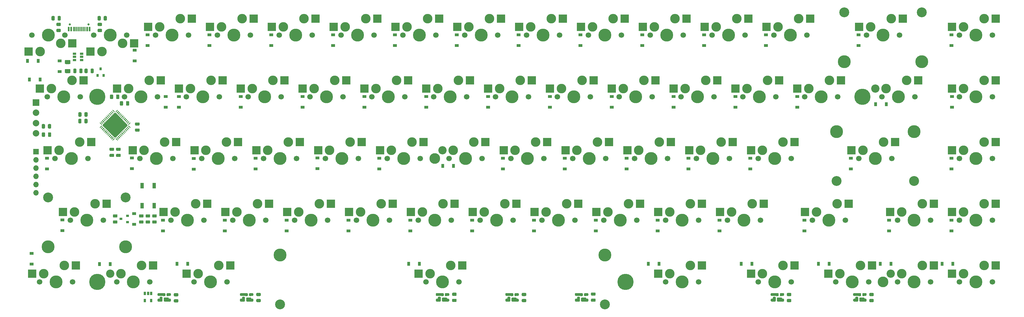
<source format=gbr>
%TF.GenerationSoftware,KiCad,Pcbnew,(5.99.0-2809-gaceed2b0a4)*%
%TF.CreationDate,2020-08-30T23:01:33-04:00*%
%TF.ProjectId,athene-pcb-f072,61746865-6e65-42d7-9063-622d66303732,rev?*%
%TF.SameCoordinates,Original*%
%TF.FileFunction,Soldermask,Bot*%
%TF.FilePolarity,Negative*%
%FSLAX46Y46*%
G04 Gerber Fmt 4.6, Leading zero omitted, Abs format (unit mm)*
G04 Created by KiCad (PCBNEW (5.99.0-2809-gaceed2b0a4)) date 2020-08-30 23:01:33*
%MOMM*%
%LPD*%
G01*
G04 APERTURE LIST*
%ADD10C,5.000000*%
%ADD11C,3.987800*%
%ADD12C,3.048000*%
%ADD13C,3.300000*%
%ADD14R,1.700000X1.700000*%
%ADD15O,1.700000X1.700000*%
%ADD16R,1.200000X0.900000*%
%ADD17C,1.700000*%
%ADD18C,3.980180*%
%ADD19C,2.950000*%
%ADD20R,2.550000X2.500000*%
%ADD21C,0.650000*%
%ADD22R,0.600000X1.450000*%
%ADD23R,0.300000X1.450000*%
%ADD24R,0.800000X0.900000*%
%ADD25R,0.900000X1.200000*%
%ADD26R,1.998980X1.998980*%
%ADD27C,1.998980*%
%ADD28R,0.650000X1.060000*%
%ADD29C,2.550000*%
%ADD30R,1.100000X1.800000*%
%ADD31R,0.900000X0.800000*%
%ADD32R,1.060000X0.650000*%
G04 APERTURE END LIST*
%TO.C,R7*%
G36*
G01*
X54507450Y-81719000D02*
X53594950Y-81719000D01*
G75*
G02*
X53351200Y-81475250I0J243750D01*
G01*
X53351200Y-80987750D01*
G75*
G02*
X53594950Y-80744000I243750J0D01*
G01*
X54507450Y-80744000D01*
G75*
G02*
X54751200Y-80987750I0J-243750D01*
G01*
X54751200Y-81475250D01*
G75*
G02*
X54507450Y-81719000I-243750J0D01*
G01*
G37*
G36*
G01*
X54507450Y-83594000D02*
X53594950Y-83594000D01*
G75*
G02*
X53351200Y-83350250I0J243750D01*
G01*
X53351200Y-82862750D01*
G75*
G02*
X53594950Y-82619000I243750J0D01*
G01*
X54507450Y-82619000D01*
G75*
G02*
X54751200Y-82862750I0J-243750D01*
G01*
X54751200Y-83350250D01*
G75*
G02*
X54507450Y-83594000I-243750J0D01*
G01*
G37*
%TD*%
D10*
%TO.C,H4*%
X203200000Y-101600000D03*
%TD*%
D11*
%TO.C,ST_LSHIFT*%
X49244250Y-90805000D03*
D12*
X25368250Y-75565000D03*
D11*
X25368250Y-90805000D03*
D12*
X49244250Y-75565000D03*
%TD*%
%TO.C,ST_BKSP*%
X270637000Y-18415000D03*
D11*
X270637000Y-33655000D03*
D12*
X294513000Y-18415000D03*
D11*
X294513000Y-33655000D03*
%TD*%
D13*
%TO.C,H5*%
X282575000Y-101600000D03*
%TD*%
%TO.C,H3*%
X144462500Y-63500000D03*
%TD*%
D10*
%TO.C,H2*%
X40481250Y-101600000D03*
%TD*%
D11*
%TO.C,ST_ENTER*%
X292131750Y-55245000D03*
X268255750Y-55245000D03*
D12*
X292131750Y-70485000D03*
X268255750Y-70485000D03*
%TD*%
D10*
%TO.C,H1*%
X40481250Y-44450000D03*
%TD*%
D14*
%TO.C,J3*%
X21590000Y-61366400D03*
D15*
X21590000Y-63906400D03*
X21590000Y-66446400D03*
X21590000Y-68986400D03*
X21590000Y-71526400D03*
X21590000Y-74066400D03*
%TD*%
D10*
%TO.C,H6*%
X276225000Y-44454000D03*
%TD*%
D16*
%TO.C,D32*%
X51196875Y-66675000D03*
X51196875Y-63375000D03*
%TD*%
%TO.C,D13*%
X246459375Y-28637500D03*
X246459375Y-25337500D03*
%TD*%
%TO.C,C9*%
G36*
G01*
X44501750Y-60170000D02*
X45414250Y-60170000D01*
G75*
G02*
X45658000Y-60413750I0J-243750D01*
G01*
X45658000Y-60901250D01*
G75*
G02*
X45414250Y-61145000I-243750J0D01*
G01*
X44501750Y-61145000D01*
G75*
G02*
X44258000Y-60901250I0J243750D01*
G01*
X44258000Y-60413750D01*
G75*
G02*
X44501750Y-60170000I243750J0D01*
G01*
G37*
G36*
G01*
X44501750Y-62045000D02*
X45414250Y-62045000D01*
G75*
G02*
X45658000Y-62288750I0J-243750D01*
G01*
X45658000Y-62776250D01*
G75*
G02*
X45414250Y-63020000I-243750J0D01*
G01*
X44501750Y-63020000D01*
G75*
G02*
X44258000Y-62776250I0J243750D01*
G01*
X44258000Y-62288750D01*
G75*
G02*
X44501750Y-62045000I243750J0D01*
G01*
G37*
%TD*%
%TO.C,D30*%
X303768125Y-47687500D03*
X303768125Y-44387500D03*
%TD*%
%TO.C,C2*%
G36*
G01*
X39398000Y-35992750D02*
X39398000Y-36905250D01*
G75*
G02*
X39154250Y-37149000I-243750J0D01*
G01*
X38666750Y-37149000D01*
G75*
G02*
X38423000Y-36905250I0J243750D01*
G01*
X38423000Y-35992750D01*
G75*
G02*
X38666750Y-35749000I243750J0D01*
G01*
X39154250Y-35749000D01*
G75*
G02*
X39398000Y-35992750I0J-243750D01*
G01*
G37*
G36*
G01*
X37523000Y-35992750D02*
X37523000Y-36905250D01*
G75*
G02*
X37279250Y-37149000I-243750J0D01*
G01*
X36791750Y-37149000D01*
G75*
G02*
X36548000Y-36905250I0J243750D01*
G01*
X36548000Y-35992750D01*
G75*
G02*
X36791750Y-35749000I243750J0D01*
G01*
X37279250Y-35749000D01*
G75*
G02*
X37523000Y-35992750I0J-243750D01*
G01*
G37*
%TD*%
D17*
%TO.C,K54*%
X215582500Y-82550000D03*
D18*
X220662500Y-82550000D03*
D17*
X225742500Y-82550000D03*
D19*
X216852500Y-80010000D03*
X223202500Y-77470000D03*
D20*
X213302500Y-80010000D03*
X226752500Y-77470000D03*
%TD*%
D16*
%TO.C,D6*%
X113109375Y-28637500D03*
X113109375Y-25337500D03*
%TD*%
D21*
%TO.C,J1*%
X32035000Y-22062500D03*
X37815000Y-22062500D03*
D22*
X31700000Y-23507500D03*
X32475000Y-23507500D03*
D23*
X33175000Y-23507500D03*
X33675000Y-23507500D03*
X34175000Y-23507500D03*
X34675000Y-23507500D03*
X35175000Y-23507500D03*
X35675000Y-23507500D03*
X36175000Y-23507500D03*
X36675000Y-23507500D03*
D22*
X37375000Y-23507500D03*
X38150000Y-23507500D03*
%TD*%
D16*
%TO.C,D5*%
X94059375Y-28637500D03*
X94059375Y-25337500D03*
%TD*%
D18*
%TO.C,K14*%
X282575000Y-25400000D03*
D17*
X287655000Y-25400000D03*
X277495000Y-25400000D03*
D19*
X278765000Y-22860000D03*
X285115000Y-20320000D03*
D20*
X275215000Y-22860000D03*
X288665000Y-20320000D03*
%TD*%
D16*
%TO.C,D3*%
X55959375Y-28637500D03*
X55959375Y-25337500D03*
%TD*%
%TO.C,D40*%
X203596875Y-66737500D03*
X203596875Y-63437500D03*
%TD*%
%TO.C,C18*%
G36*
G01*
X45552550Y-80744000D02*
X46465050Y-80744000D01*
G75*
G02*
X46708800Y-80987750I0J-243750D01*
G01*
X46708800Y-81475250D01*
G75*
G02*
X46465050Y-81719000I-243750J0D01*
G01*
X45552550Y-81719000D01*
G75*
G02*
X45308800Y-81475250I0J243750D01*
G01*
X45308800Y-80987750D01*
G75*
G02*
X45552550Y-80744000I243750J0D01*
G01*
G37*
G36*
G01*
X45552550Y-82619000D02*
X46465050Y-82619000D01*
G75*
G02*
X46708800Y-82862750I0J-243750D01*
G01*
X46708800Y-83350250D01*
G75*
G02*
X46465050Y-83594000I-243750J0D01*
G01*
X45552550Y-83594000D01*
G75*
G02*
X45308800Y-83350250I0J243750D01*
G01*
X45308800Y-82862750D01*
G75*
G02*
X45552550Y-82619000I243750J0D01*
G01*
G37*
%TD*%
%TO.C,D7*%
X132159375Y-28637500D03*
X132159375Y-25337500D03*
%TD*%
D24*
%TO.C,U3*%
X42479000Y-37830000D03*
X40579000Y-37830000D03*
X41529000Y-35830000D03*
%TD*%
D17*
%TO.C,K58*%
X316230000Y-82550000D03*
D18*
X311150000Y-82550000D03*
D17*
X306070000Y-82550000D03*
D19*
X307340000Y-80010000D03*
X313690000Y-77470000D03*
D20*
X303790000Y-80010000D03*
X317240000Y-77470000D03*
%TD*%
D19*
%TO.C,K24*%
X183515000Y-41910000D03*
X189865000Y-39370000D03*
D18*
X187325000Y-44450000D03*
D17*
X182245000Y-44450000D03*
X192405000Y-44450000D03*
D20*
X179965000Y-41910000D03*
X193415000Y-39370000D03*
%TD*%
D16*
%TO.C,D25*%
X198993125Y-47687500D03*
X198993125Y-44387500D03*
%TD*%
%TO.C,D27*%
X237093125Y-47687500D03*
X237093125Y-44387500D03*
%TD*%
%TO.C,D43*%
X272653125Y-66737500D03*
X272653125Y-63437500D03*
%TD*%
%TO.C,C6*%
G36*
G01*
X47272000Y-43993750D02*
X47272000Y-44906250D01*
G75*
G02*
X47028250Y-45150000I-243750J0D01*
G01*
X46540750Y-45150000D01*
G75*
G02*
X46297000Y-44906250I0J243750D01*
G01*
X46297000Y-43993750D01*
G75*
G02*
X46540750Y-43750000I243750J0D01*
G01*
X47028250Y-43750000D01*
G75*
G02*
X47272000Y-43993750I0J-243750D01*
G01*
G37*
G36*
G01*
X45397000Y-43993750D02*
X45397000Y-44906250D01*
G75*
G02*
X45153250Y-45150000I-243750J0D01*
G01*
X44665750Y-45150000D01*
G75*
G02*
X44422000Y-44906250I0J243750D01*
G01*
X44422000Y-43993750D01*
G75*
G02*
X44665750Y-43750000I243750J0D01*
G01*
X45153250Y-43750000D01*
G75*
G02*
X45397000Y-43993750I0J-243750D01*
G01*
G37*
%TD*%
D19*
%TO.C,K51*%
X159702500Y-80010000D03*
D17*
X158432500Y-82550000D03*
D18*
X163512500Y-82550000D03*
D17*
X168592500Y-82550000D03*
D19*
X166052500Y-77470000D03*
D20*
X156152500Y-80010000D03*
X169602500Y-77470000D03*
%TD*%
D16*
%TO.C,D2*%
X51990625Y-33400000D03*
X51990625Y-30100000D03*
%TD*%
D18*
%TO.C,K22*%
X149225000Y-44450000D03*
D19*
X145415000Y-41910000D03*
X151765000Y-39370000D03*
D17*
X154305000Y-44450000D03*
X144145000Y-44450000D03*
D20*
X141865000Y-41910000D03*
X155315000Y-39370000D03*
%TD*%
D16*
%TO.C,D49*%
X117871875Y-85850000D03*
X117871875Y-82550000D03*
%TD*%
D19*
%TO.C,K59*%
X23971250Y-99060000D03*
D17*
X22701250Y-101600000D03*
X32861250Y-101600000D03*
D19*
X30321250Y-96520000D03*
D18*
X27781250Y-101600000D03*
D20*
X20421250Y-99060000D03*
X33871250Y-96520000D03*
%TD*%
D17*
%TO.C,K15*%
X316230000Y-25400000D03*
D18*
X311150000Y-25400000D03*
D17*
X306070000Y-25400000D03*
D19*
X313690000Y-20320000D03*
X307340000Y-22860000D03*
D20*
X303790000Y-22860000D03*
X317240000Y-20320000D03*
%TD*%
D16*
%TO.C,D50*%
X136921875Y-85850000D03*
X136921875Y-82550000D03*
%TD*%
D25*
%TO.C,D1*%
X22294326Y-33337500D03*
X18994326Y-33337500D03*
%TD*%
D19*
%TO.C,K6*%
X116840000Y-22860000D03*
D18*
X120650000Y-25400000D03*
D17*
X125730000Y-25400000D03*
X115570000Y-25400000D03*
D19*
X123190000Y-20320000D03*
D20*
X113290000Y-22860000D03*
X126740000Y-20320000D03*
%TD*%
D19*
%TO.C,K55*%
X242252500Y-77470000D03*
D17*
X234632500Y-82550000D03*
X244792500Y-82550000D03*
D18*
X239712500Y-82550000D03*
D19*
X235902500Y-80010000D03*
D20*
X232352500Y-80010000D03*
X245802500Y-77470000D03*
%TD*%
D16*
%TO.C,D38*%
X165496875Y-66737500D03*
X165496875Y-63437500D03*
%TD*%
%TO.C,D36*%
X127396875Y-66737500D03*
X127396875Y-63437500D03*
%TD*%
D18*
%TO.C,K9*%
X177800000Y-25400000D03*
D19*
X173990000Y-22860000D03*
X180340000Y-20320000D03*
D17*
X182880000Y-25400000D03*
X172720000Y-25400000D03*
D20*
X170440000Y-22860000D03*
X183890000Y-20320000D03*
%TD*%
D18*
%TO.C,K53*%
X201612500Y-82550000D03*
D19*
X204152500Y-77470000D03*
X197802500Y-80010000D03*
D17*
X206692500Y-82550000D03*
X196532500Y-82550000D03*
D20*
X194252500Y-80010000D03*
X207702500Y-77470000D03*
%TD*%
%TO.C,RGB3*%
G36*
G01*
X144773750Y-107473350D02*
X144773750Y-107001650D01*
G75*
G02*
X144982900Y-106792500I209150J0D01*
G01*
X145604600Y-106792500D01*
G75*
G02*
X145813750Y-107001650I0J-209150D01*
G01*
X145813750Y-107473350D01*
G75*
G02*
X145604600Y-107682500I-209150J0D01*
G01*
X144982900Y-107682500D01*
G75*
G02*
X144773750Y-107473350I0J209150D01*
G01*
G37*
G36*
G01*
X145423750Y-107460000D02*
X145423750Y-106415000D01*
G75*
G02*
X145646250Y-106192500I222500J0D01*
G01*
X146091250Y-106192500D01*
G75*
G02*
X146313750Y-106415000I0J-222500D01*
G01*
X146313750Y-107460000D01*
G75*
G02*
X146091250Y-107682500I-222500J0D01*
G01*
X145646250Y-107682500D01*
G75*
G02*
X145423750Y-107460000I0J222500D01*
G01*
G37*
G36*
G01*
X144773750Y-105723350D02*
X144773750Y-105251650D01*
G75*
G02*
X144982900Y-105042500I209150J0D01*
G01*
X145604600Y-105042500D01*
G75*
G02*
X145813750Y-105251650I0J-209150D01*
G01*
X145813750Y-105723350D01*
G75*
G02*
X145604600Y-105932500I-209150J0D01*
G01*
X144982900Y-105932500D01*
G75*
G02*
X144773750Y-105723350I0J209150D01*
G01*
G37*
G36*
G01*
X146311250Y-105817475D02*
X146311250Y-105257525D01*
G75*
G02*
X146526275Y-105042500I215025J0D01*
G01*
X147011225Y-105042500D01*
G75*
G02*
X147226250Y-105257525I0J-215025D01*
G01*
X147226250Y-105817475D01*
G75*
G02*
X147011225Y-106032500I-215025J0D01*
G01*
X146526275Y-106032500D01*
G75*
G02*
X146311250Y-105817475I0J215025D01*
G01*
G37*
G36*
G01*
X145273750Y-105911559D02*
X145273750Y-105063441D01*
G75*
G02*
X145294691Y-105042500I20941J0D01*
G01*
X146892809Y-105042500D01*
G75*
G02*
X146913750Y-105063441I0J-20941D01*
G01*
X146913750Y-105911559D01*
G75*
G02*
X146892809Y-105932500I-20941J0D01*
G01*
X145294691Y-105932500D01*
G75*
G02*
X145273750Y-105911559I0J20941D01*
G01*
G37*
G36*
G01*
X147578750Y-105820670D02*
X147578750Y-105254330D01*
G75*
G02*
X147790580Y-105042500I211830J0D01*
G01*
X148056920Y-105042500D01*
G75*
G02*
X148268750Y-105254330I0J-211830D01*
G01*
X148268750Y-105820670D01*
G75*
G02*
X148056920Y-106032500I-211830J0D01*
G01*
X147790580Y-106032500D01*
G75*
G02*
X147578750Y-105820670I0J211830D01*
G01*
G37*
G36*
G01*
X147873750Y-105723350D02*
X147873750Y-105251650D01*
G75*
G02*
X148082900Y-105042500I209150J0D01*
G01*
X148704600Y-105042500D01*
G75*
G02*
X148913750Y-105251650I0J-209150D01*
G01*
X148913750Y-105723350D01*
G75*
G02*
X148704600Y-105932500I-209150J0D01*
G01*
X148082900Y-105932500D01*
G75*
G02*
X147873750Y-105723350I0J209150D01*
G01*
G37*
G36*
G01*
X146673750Y-107481100D02*
X146673750Y-106603900D01*
G75*
G02*
X146880150Y-106397500I206400J0D01*
G01*
X148057350Y-106397500D01*
G75*
G02*
X148263750Y-106603900I0J-206400D01*
G01*
X148263750Y-107481100D01*
G75*
G02*
X148057350Y-107687500I-206400J0D01*
G01*
X146880150Y-107687500D01*
G75*
G02*
X146673750Y-107481100I0J206400D01*
G01*
G37*
G36*
G01*
X147873750Y-107473350D02*
X147873750Y-107001650D01*
G75*
G02*
X148082900Y-106792500I209150J0D01*
G01*
X148704600Y-106792500D01*
G75*
G02*
X148913750Y-107001650I0J-209150D01*
G01*
X148913750Y-107473350D01*
G75*
G02*
X148704600Y-107682500I-209150J0D01*
G01*
X148082900Y-107682500D01*
G75*
G02*
X147873750Y-107473350I0J209150D01*
G01*
G37*
%TD*%
D18*
%TO.C,K31*%
X32543750Y-63500000D03*
D17*
X27463750Y-63500000D03*
D19*
X28733750Y-60960000D03*
D17*
X37623750Y-63500000D03*
D19*
X35083750Y-58420000D03*
D20*
X25183750Y-60960000D03*
X38633750Y-58420000D03*
%TD*%
D16*
%TO.C,D46*%
X60721875Y-85850000D03*
X60721875Y-82550000D03*
%TD*%
D25*
%TO.C,D16*%
X22859000Y-39116000D03*
X19559000Y-39116000D03*
%TD*%
D16*
%TO.C,D68*%
X51850800Y-83819000D03*
X51850800Y-80519000D03*
%TD*%
%TO.C,R4*%
G36*
G01*
X57658950Y-80744000D02*
X58571450Y-80744000D01*
G75*
G02*
X58815200Y-80987750I0J-243750D01*
G01*
X58815200Y-81475250D01*
G75*
G02*
X58571450Y-81719000I-243750J0D01*
G01*
X57658950Y-81719000D01*
G75*
G02*
X57415200Y-81475250I0J243750D01*
G01*
X57415200Y-80987750D01*
G75*
G02*
X57658950Y-80744000I243750J0D01*
G01*
G37*
G36*
G01*
X57658950Y-82619000D02*
X58571450Y-82619000D01*
G75*
G02*
X58815200Y-82862750I0J-243750D01*
G01*
X58815200Y-83350250D01*
G75*
G02*
X58571450Y-83594000I-243750J0D01*
G01*
X57658950Y-83594000D01*
G75*
G02*
X57415200Y-83350250I0J243750D01*
G01*
X57415200Y-82862750D01*
G75*
G02*
X57658950Y-82619000I243750J0D01*
G01*
G37*
%TD*%
D19*
%TO.C,K28*%
X266065000Y-39370000D03*
D17*
X268605000Y-44450000D03*
D18*
X263525000Y-44450000D03*
D17*
X258445000Y-44450000D03*
D19*
X259715000Y-41910000D03*
D20*
X256165000Y-41910000D03*
X269615000Y-39370000D03*
%TD*%
D16*
%TO.C,D39*%
X184546875Y-66737500D03*
X184546875Y-63437500D03*
%TD*%
%TO.C,D58*%
X303609375Y-85850000D03*
X303609375Y-82550000D03*
%TD*%
D19*
%TO.C,K30*%
X313690000Y-39370000D03*
D18*
X311150000Y-44450000D03*
D17*
X306070000Y-44450000D03*
X316230000Y-44450000D03*
D19*
X307340000Y-41910000D03*
D20*
X303790000Y-41910000D03*
X317240000Y-39370000D03*
%TD*%
%TO.C,R5*%
G36*
G01*
X26258391Y-53099144D02*
X26258391Y-54011644D01*
G75*
G02*
X26014641Y-54255394I-243750J0D01*
G01*
X25527141Y-54255394D01*
G75*
G02*
X25283391Y-54011644I0J243750D01*
G01*
X25283391Y-53099144D01*
G75*
G02*
X25527141Y-52855394I243750J0D01*
G01*
X26014641Y-52855394D01*
G75*
G02*
X26258391Y-53099144I0J-243750D01*
G01*
G37*
G36*
G01*
X24383391Y-53099144D02*
X24383391Y-54011644D01*
G75*
G02*
X24139641Y-54255394I-243750J0D01*
G01*
X23652141Y-54255394D01*
G75*
G02*
X23408391Y-54011644I0J243750D01*
G01*
X23408391Y-53099144D01*
G75*
G02*
X23652141Y-52855394I243750J0D01*
G01*
X24139641Y-52855394D01*
G75*
G02*
X24383391Y-53099144I0J-243750D01*
G01*
G37*
%TD*%
D16*
%TO.C,D14*%
X275034375Y-28637500D03*
X275034375Y-25337500D03*
%TD*%
%TO.C,D53*%
X194071875Y-85850000D03*
X194071875Y-82550000D03*
%TD*%
%TO.C,D26*%
X218043125Y-47687500D03*
X218043125Y-44387500D03*
%TD*%
%TO.C,D19*%
X84693125Y-47687500D03*
X84693125Y-44387500D03*
%TD*%
D17*
%TO.C,K23*%
X163195000Y-44450000D03*
X173355000Y-44450000D03*
D19*
X170815000Y-39370000D03*
X164465000Y-41910000D03*
D18*
X168275000Y-44450000D03*
D20*
X160915000Y-41910000D03*
X174365000Y-39370000D03*
%TD*%
%TO.C,RGB6*%
G36*
G01*
X247961250Y-107473350D02*
X247961250Y-107001650D01*
G75*
G02*
X248170400Y-106792500I209150J0D01*
G01*
X248792100Y-106792500D01*
G75*
G02*
X249001250Y-107001650I0J-209150D01*
G01*
X249001250Y-107473350D01*
G75*
G02*
X248792100Y-107682500I-209150J0D01*
G01*
X248170400Y-107682500D01*
G75*
G02*
X247961250Y-107473350I0J209150D01*
G01*
G37*
G36*
G01*
X248611250Y-107460000D02*
X248611250Y-106415000D01*
G75*
G02*
X248833750Y-106192500I222500J0D01*
G01*
X249278750Y-106192500D01*
G75*
G02*
X249501250Y-106415000I0J-222500D01*
G01*
X249501250Y-107460000D01*
G75*
G02*
X249278750Y-107682500I-222500J0D01*
G01*
X248833750Y-107682500D01*
G75*
G02*
X248611250Y-107460000I0J222500D01*
G01*
G37*
G36*
G01*
X247961250Y-105723350D02*
X247961250Y-105251650D01*
G75*
G02*
X248170400Y-105042500I209150J0D01*
G01*
X248792100Y-105042500D01*
G75*
G02*
X249001250Y-105251650I0J-209150D01*
G01*
X249001250Y-105723350D01*
G75*
G02*
X248792100Y-105932500I-209150J0D01*
G01*
X248170400Y-105932500D01*
G75*
G02*
X247961250Y-105723350I0J209150D01*
G01*
G37*
G36*
G01*
X249498750Y-105817475D02*
X249498750Y-105257525D01*
G75*
G02*
X249713775Y-105042500I215025J0D01*
G01*
X250198725Y-105042500D01*
G75*
G02*
X250413750Y-105257525I0J-215025D01*
G01*
X250413750Y-105817475D01*
G75*
G02*
X250198725Y-106032500I-215025J0D01*
G01*
X249713775Y-106032500D01*
G75*
G02*
X249498750Y-105817475I0J215025D01*
G01*
G37*
G36*
G01*
X248461250Y-105911559D02*
X248461250Y-105063441D01*
G75*
G02*
X248482191Y-105042500I20941J0D01*
G01*
X250080309Y-105042500D01*
G75*
G02*
X250101250Y-105063441I0J-20941D01*
G01*
X250101250Y-105911559D01*
G75*
G02*
X250080309Y-105932500I-20941J0D01*
G01*
X248482191Y-105932500D01*
G75*
G02*
X248461250Y-105911559I0J20941D01*
G01*
G37*
G36*
G01*
X251061250Y-105723350D02*
X251061250Y-105251650D01*
G75*
G02*
X251270400Y-105042500I209150J0D01*
G01*
X251892100Y-105042500D01*
G75*
G02*
X252101250Y-105251650I0J-209150D01*
G01*
X252101250Y-105723350D01*
G75*
G02*
X251892100Y-105932500I-209150J0D01*
G01*
X251270400Y-105932500D01*
G75*
G02*
X251061250Y-105723350I0J209150D01*
G01*
G37*
G36*
G01*
X250766250Y-105820670D02*
X250766250Y-105254330D01*
G75*
G02*
X250978080Y-105042500I211830J0D01*
G01*
X251244420Y-105042500D01*
G75*
G02*
X251456250Y-105254330I0J-211830D01*
G01*
X251456250Y-105820670D01*
G75*
G02*
X251244420Y-106032500I-211830J0D01*
G01*
X250978080Y-106032500D01*
G75*
G02*
X250766250Y-105820670I0J211830D01*
G01*
G37*
G36*
G01*
X249861250Y-107481100D02*
X249861250Y-106603900D01*
G75*
G02*
X250067650Y-106397500I206400J0D01*
G01*
X251244850Y-106397500D01*
G75*
G02*
X251451250Y-106603900I0J-206400D01*
G01*
X251451250Y-107481100D01*
G75*
G02*
X251244850Y-107687500I-206400J0D01*
G01*
X250067650Y-107687500D01*
G75*
G02*
X249861250Y-107481100I0J206400D01*
G01*
G37*
G36*
G01*
X251061250Y-107473350D02*
X251061250Y-107001650D01*
G75*
G02*
X251270400Y-106792500I209150J0D01*
G01*
X251892100Y-106792500D01*
G75*
G02*
X252101250Y-107001650I0J-209150D01*
G01*
X252101250Y-107473350D01*
G75*
G02*
X251892100Y-107682500I-209150J0D01*
G01*
X251270400Y-107682500D01*
G75*
G02*
X251061250Y-107473350I0J209150D01*
G01*
G37*
%TD*%
D26*
%TO.C,J2*%
X21590000Y-46228000D03*
D27*
X21590000Y-49403000D03*
X21590000Y-52578000D03*
X21590000Y-55753000D03*
%TD*%
D16*
%TO.C,D57*%
X284400625Y-85850000D03*
X284400625Y-82550000D03*
%TD*%
D25*
%TO.C,D29*%
X283590000Y-46736000D03*
X280290000Y-46736000D03*
%TD*%
D19*
%TO.C,K17*%
X56515000Y-39370000D03*
D18*
X53975000Y-44450000D03*
D17*
X48895000Y-44450000D03*
D19*
X50165000Y-41910000D03*
D17*
X59055000Y-44450000D03*
D20*
X46615000Y-41910000D03*
X60065000Y-39370000D03*
%TD*%
D19*
%TO.C,K26*%
X227965000Y-39370000D03*
D17*
X220345000Y-44450000D03*
X230505000Y-44450000D03*
D19*
X221615000Y-41910000D03*
D18*
X225425000Y-44450000D03*
D20*
X218065000Y-41910000D03*
X231515000Y-39370000D03*
%TD*%
D25*
%TO.C,D63*%
X210281250Y-96043750D03*
X213581250Y-96043750D03*
%TD*%
D16*
%TO.C,D45*%
X29765625Y-85787500D03*
X29765625Y-82487500D03*
%TD*%
%TO.C,D47*%
X79771875Y-85850000D03*
X79771875Y-82550000D03*
%TD*%
D17*
%TO.C,K61*%
X80486250Y-101600000D03*
D19*
X77946250Y-96520000D03*
D17*
X70326250Y-101600000D03*
D19*
X71596250Y-99060000D03*
D18*
X75406250Y-101600000D03*
D20*
X68046250Y-99060000D03*
X81496250Y-96520000D03*
%TD*%
%TO.C,RGB2*%
G36*
G01*
X84448750Y-107473350D02*
X84448750Y-107001650D01*
G75*
G02*
X84657900Y-106792500I209150J0D01*
G01*
X85279600Y-106792500D01*
G75*
G02*
X85488750Y-107001650I0J-209150D01*
G01*
X85488750Y-107473350D01*
G75*
G02*
X85279600Y-107682500I-209150J0D01*
G01*
X84657900Y-107682500D01*
G75*
G02*
X84448750Y-107473350I0J209150D01*
G01*
G37*
G36*
G01*
X85098750Y-107460000D02*
X85098750Y-106415000D01*
G75*
G02*
X85321250Y-106192500I222500J0D01*
G01*
X85766250Y-106192500D01*
G75*
G02*
X85988750Y-106415000I0J-222500D01*
G01*
X85988750Y-107460000D01*
G75*
G02*
X85766250Y-107682500I-222500J0D01*
G01*
X85321250Y-107682500D01*
G75*
G02*
X85098750Y-107460000I0J222500D01*
G01*
G37*
G36*
G01*
X85986250Y-105817475D02*
X85986250Y-105257525D01*
G75*
G02*
X86201275Y-105042500I215025J0D01*
G01*
X86686225Y-105042500D01*
G75*
G02*
X86901250Y-105257525I0J-215025D01*
G01*
X86901250Y-105817475D01*
G75*
G02*
X86686225Y-106032500I-215025J0D01*
G01*
X86201275Y-106032500D01*
G75*
G02*
X85986250Y-105817475I0J215025D01*
G01*
G37*
G36*
G01*
X84948750Y-105911559D02*
X84948750Y-105063441D01*
G75*
G02*
X84969691Y-105042500I20941J0D01*
G01*
X86567809Y-105042500D01*
G75*
G02*
X86588750Y-105063441I0J-20941D01*
G01*
X86588750Y-105911559D01*
G75*
G02*
X86567809Y-105932500I-20941J0D01*
G01*
X84969691Y-105932500D01*
G75*
G02*
X84948750Y-105911559I0J20941D01*
G01*
G37*
G36*
G01*
X84448750Y-105723350D02*
X84448750Y-105251650D01*
G75*
G02*
X84657900Y-105042500I209150J0D01*
G01*
X85279600Y-105042500D01*
G75*
G02*
X85488750Y-105251650I0J-209150D01*
G01*
X85488750Y-105723350D01*
G75*
G02*
X85279600Y-105932500I-209150J0D01*
G01*
X84657900Y-105932500D01*
G75*
G02*
X84448750Y-105723350I0J209150D01*
G01*
G37*
G36*
G01*
X87253750Y-105820670D02*
X87253750Y-105254330D01*
G75*
G02*
X87465580Y-105042500I211830J0D01*
G01*
X87731920Y-105042500D01*
G75*
G02*
X87943750Y-105254330I0J-211830D01*
G01*
X87943750Y-105820670D01*
G75*
G02*
X87731920Y-106032500I-211830J0D01*
G01*
X87465580Y-106032500D01*
G75*
G02*
X87253750Y-105820670I0J211830D01*
G01*
G37*
G36*
G01*
X87548750Y-105723350D02*
X87548750Y-105251650D01*
G75*
G02*
X87757900Y-105042500I209150J0D01*
G01*
X88379600Y-105042500D01*
G75*
G02*
X88588750Y-105251650I0J-209150D01*
G01*
X88588750Y-105723350D01*
G75*
G02*
X88379600Y-105932500I-209150J0D01*
G01*
X87757900Y-105932500D01*
G75*
G02*
X87548750Y-105723350I0J209150D01*
G01*
G37*
G36*
G01*
X86348750Y-107481100D02*
X86348750Y-106603900D01*
G75*
G02*
X86555150Y-106397500I206400J0D01*
G01*
X87732350Y-106397500D01*
G75*
G02*
X87938750Y-106603900I0J-206400D01*
G01*
X87938750Y-107481100D01*
G75*
G02*
X87732350Y-107687500I-206400J0D01*
G01*
X86555150Y-107687500D01*
G75*
G02*
X86348750Y-107481100I0J206400D01*
G01*
G37*
G36*
G01*
X87548750Y-107473350D02*
X87548750Y-107001650D01*
G75*
G02*
X87757900Y-106792500I209150J0D01*
G01*
X88379600Y-106792500D01*
G75*
G02*
X88588750Y-107001650I0J-209150D01*
G01*
X88588750Y-107473350D01*
G75*
G02*
X88379600Y-107682500I-209150J0D01*
G01*
X87757900Y-107682500D01*
G75*
G02*
X87548750Y-107473350I0J209150D01*
G01*
G37*
%TD*%
D28*
%TO.C,U4*%
X55184000Y-105199000D03*
X56134000Y-105199000D03*
X57084000Y-105199000D03*
X57084000Y-107399000D03*
X55184000Y-107399000D03*
%TD*%
D17*
%TO.C,K5*%
X96520000Y-25400000D03*
D19*
X104140000Y-20320000D03*
D18*
X101600000Y-25400000D03*
D19*
X97790000Y-22860000D03*
D17*
X106680000Y-25400000D03*
D20*
X94240000Y-22860000D03*
X107690000Y-20320000D03*
%TD*%
D16*
%TO.C,D56*%
X258365625Y-85850000D03*
X258365625Y-82550000D03*
%TD*%
D17*
%TO.C,K29*%
X292417500Y-44450000D03*
D19*
X283527500Y-41910000D03*
X289877500Y-39370000D03*
D17*
X282257500Y-44450000D03*
D18*
X287337500Y-44450000D03*
D29*
X280193750Y-41910000D03*
D20*
X293427500Y-39370000D03*
%TD*%
%TO.C,R3*%
G36*
G01*
X41731250Y-24460500D02*
X40818750Y-24460500D01*
G75*
G02*
X40575000Y-24216750I0J243750D01*
G01*
X40575000Y-23729250D01*
G75*
G02*
X40818750Y-23485500I243750J0D01*
G01*
X41731250Y-23485500D01*
G75*
G02*
X41975000Y-23729250I0J-243750D01*
G01*
X41975000Y-24216750D01*
G75*
G02*
X41731250Y-24460500I-243750J0D01*
G01*
G37*
G36*
G01*
X41731250Y-22585500D02*
X40818750Y-22585500D01*
G75*
G02*
X40575000Y-22341750I0J243750D01*
G01*
X40575000Y-21854250D01*
G75*
G02*
X40818750Y-21610500I243750J0D01*
G01*
X41731250Y-21610500D01*
G75*
G02*
X41975000Y-21854250I0J-243750D01*
G01*
X41975000Y-22341750D01*
G75*
G02*
X41731250Y-22585500I-243750J0D01*
G01*
G37*
%TD*%
%TO.C,C15*%
G36*
G01*
X192837750Y-104874000D02*
X193750250Y-104874000D01*
G75*
G02*
X193994000Y-105117750I0J-243750D01*
G01*
X193994000Y-105605250D01*
G75*
G02*
X193750250Y-105849000I-243750J0D01*
G01*
X192837750Y-105849000D01*
G75*
G02*
X192594000Y-105605250I0J243750D01*
G01*
X192594000Y-105117750D01*
G75*
G02*
X192837750Y-104874000I243750J0D01*
G01*
G37*
G36*
G01*
X192837750Y-106749000D02*
X193750250Y-106749000D01*
G75*
G02*
X193994000Y-106992750I0J-243750D01*
G01*
X193994000Y-107480250D01*
G75*
G02*
X193750250Y-107724000I-243750J0D01*
G01*
X192837750Y-107724000D01*
G75*
G02*
X192594000Y-107480250I0J243750D01*
G01*
X192594000Y-106992750D01*
G75*
G02*
X192837750Y-106749000I243750J0D01*
G01*
G37*
%TD*%
D19*
%TO.C,K47*%
X83502500Y-80010000D03*
D17*
X92392500Y-82550000D03*
D18*
X87312500Y-82550000D03*
D19*
X89852500Y-77470000D03*
D17*
X82232500Y-82550000D03*
D20*
X79952500Y-80010000D03*
X93402500Y-77470000D03*
%TD*%
D16*
%TO.C,D21*%
X122793125Y-47687500D03*
X122793125Y-44387500D03*
%TD*%
D18*
%TO.C,K64*%
X249237500Y-101600000D03*
D19*
X245427500Y-99060000D03*
D17*
X244157500Y-101600000D03*
D19*
X251777500Y-96520000D03*
D17*
X254317500Y-101600000D03*
D20*
X241877500Y-99060000D03*
X255327500Y-96520000D03*
%TD*%
D17*
%TO.C,K2*%
X39370000Y-25400000D03*
D18*
X44450000Y-25400000D03*
D17*
X49530000Y-25400000D03*
D19*
X48260000Y-27940000D03*
X41910000Y-30480000D03*
D20*
X51810000Y-27940000D03*
X38360000Y-30480000D03*
%TD*%
D19*
%TO.C,K42*%
X251777500Y-58420000D03*
X245427500Y-60960000D03*
D18*
X249237500Y-63500000D03*
D17*
X254317500Y-63500000D03*
X244157500Y-63500000D03*
D20*
X241877500Y-60960000D03*
X255327500Y-58420000D03*
%TD*%
D16*
%TO.C,D23*%
X160893125Y-47687500D03*
X160893125Y-44387500D03*
%TD*%
%TO.C,RGB5*%
G36*
G01*
X187636250Y-107473350D02*
X187636250Y-107001650D01*
G75*
G02*
X187845400Y-106792500I209150J0D01*
G01*
X188467100Y-106792500D01*
G75*
G02*
X188676250Y-107001650I0J-209150D01*
G01*
X188676250Y-107473350D01*
G75*
G02*
X188467100Y-107682500I-209150J0D01*
G01*
X187845400Y-107682500D01*
G75*
G02*
X187636250Y-107473350I0J209150D01*
G01*
G37*
G36*
G01*
X188286250Y-107460000D02*
X188286250Y-106415000D01*
G75*
G02*
X188508750Y-106192500I222500J0D01*
G01*
X188953750Y-106192500D01*
G75*
G02*
X189176250Y-106415000I0J-222500D01*
G01*
X189176250Y-107460000D01*
G75*
G02*
X188953750Y-107682500I-222500J0D01*
G01*
X188508750Y-107682500D01*
G75*
G02*
X188286250Y-107460000I0J222500D01*
G01*
G37*
G36*
G01*
X187636250Y-105723350D02*
X187636250Y-105251650D01*
G75*
G02*
X187845400Y-105042500I209150J0D01*
G01*
X188467100Y-105042500D01*
G75*
G02*
X188676250Y-105251650I0J-209150D01*
G01*
X188676250Y-105723350D01*
G75*
G02*
X188467100Y-105932500I-209150J0D01*
G01*
X187845400Y-105932500D01*
G75*
G02*
X187636250Y-105723350I0J209150D01*
G01*
G37*
G36*
G01*
X188136250Y-105911559D02*
X188136250Y-105063441D01*
G75*
G02*
X188157191Y-105042500I20941J0D01*
G01*
X189755309Y-105042500D01*
G75*
G02*
X189776250Y-105063441I0J-20941D01*
G01*
X189776250Y-105911559D01*
G75*
G02*
X189755309Y-105932500I-20941J0D01*
G01*
X188157191Y-105932500D01*
G75*
G02*
X188136250Y-105911559I0J20941D01*
G01*
G37*
G36*
G01*
X189173750Y-105817475D02*
X189173750Y-105257525D01*
G75*
G02*
X189388775Y-105042500I215025J0D01*
G01*
X189873725Y-105042500D01*
G75*
G02*
X190088750Y-105257525I0J-215025D01*
G01*
X190088750Y-105817475D01*
G75*
G02*
X189873725Y-106032500I-215025J0D01*
G01*
X189388775Y-106032500D01*
G75*
G02*
X189173750Y-105817475I0J215025D01*
G01*
G37*
G36*
G01*
X190441250Y-105820670D02*
X190441250Y-105254330D01*
G75*
G02*
X190653080Y-105042500I211830J0D01*
G01*
X190919420Y-105042500D01*
G75*
G02*
X191131250Y-105254330I0J-211830D01*
G01*
X191131250Y-105820670D01*
G75*
G02*
X190919420Y-106032500I-211830J0D01*
G01*
X190653080Y-106032500D01*
G75*
G02*
X190441250Y-105820670I0J211830D01*
G01*
G37*
G36*
G01*
X190736250Y-105723350D02*
X190736250Y-105251650D01*
G75*
G02*
X190945400Y-105042500I209150J0D01*
G01*
X191567100Y-105042500D01*
G75*
G02*
X191776250Y-105251650I0J-209150D01*
G01*
X191776250Y-105723350D01*
G75*
G02*
X191567100Y-105932500I-209150J0D01*
G01*
X190945400Y-105932500D01*
G75*
G02*
X190736250Y-105723350I0J209150D01*
G01*
G37*
G36*
G01*
X190736250Y-107473350D02*
X190736250Y-107001650D01*
G75*
G02*
X190945400Y-106792500I209150J0D01*
G01*
X191567100Y-106792500D01*
G75*
G02*
X191776250Y-107001650I0J-209150D01*
G01*
X191776250Y-107473350D01*
G75*
G02*
X191567100Y-107682500I-209150J0D01*
G01*
X190945400Y-107682500D01*
G75*
G02*
X190736250Y-107473350I0J209150D01*
G01*
G37*
G36*
G01*
X189536250Y-107481100D02*
X189536250Y-106603900D01*
G75*
G02*
X189742650Y-106397500I206400J0D01*
G01*
X190919850Y-106397500D01*
G75*
G02*
X191126250Y-106603900I0J-206400D01*
G01*
X191126250Y-107481100D01*
G75*
G02*
X190919850Y-107687500I-206400J0D01*
G01*
X189742650Y-107687500D01*
G75*
G02*
X189536250Y-107481100I0J206400D01*
G01*
G37*
%TD*%
%TO.C,C19*%
G36*
G01*
X55626950Y-80744000D02*
X56539450Y-80744000D01*
G75*
G02*
X56783200Y-80987750I0J-243750D01*
G01*
X56783200Y-81475250D01*
G75*
G02*
X56539450Y-81719000I-243750J0D01*
G01*
X55626950Y-81719000D01*
G75*
G02*
X55383200Y-81475250I0J243750D01*
G01*
X55383200Y-80987750D01*
G75*
G02*
X55626950Y-80744000I243750J0D01*
G01*
G37*
G36*
G01*
X55626950Y-82619000D02*
X56539450Y-82619000D01*
G75*
G02*
X56783200Y-82862750I0J-243750D01*
G01*
X56783200Y-83350250D01*
G75*
G02*
X56539450Y-83594000I-243750J0D01*
G01*
X55626950Y-83594000D01*
G75*
G02*
X55383200Y-83350250I0J243750D01*
G01*
X55383200Y-82862750D01*
G75*
G02*
X55626950Y-82619000I243750J0D01*
G01*
G37*
%TD*%
D17*
%TO.C,K38*%
X178117500Y-63500000D03*
D19*
X169227500Y-60960000D03*
D17*
X167957500Y-63500000D03*
D18*
X173037500Y-63500000D03*
D19*
X175577500Y-58420000D03*
D20*
X165677500Y-60960000D03*
X179127500Y-58420000D03*
%TD*%
D17*
%TO.C,K20*%
X106045000Y-44450000D03*
X116205000Y-44450000D03*
D19*
X107315000Y-41910000D03*
X113665000Y-39370000D03*
D18*
X111125000Y-44450000D03*
D20*
X103765000Y-41910000D03*
X117215000Y-39370000D03*
%TD*%
D17*
%TO.C,K52*%
X177482500Y-82550000D03*
D19*
X178752500Y-80010000D03*
X185102500Y-77470000D03*
D17*
X187642500Y-82550000D03*
D18*
X182562500Y-82550000D03*
D20*
X175202500Y-80010000D03*
X188652500Y-77470000D03*
%TD*%
D16*
%TO.C,D59*%
X20240625Y-92806250D03*
X20240625Y-96106250D03*
%TD*%
%TO.C,D15*%
X303609375Y-28637500D03*
X303609375Y-25337500D03*
%TD*%
%TO.C,C17*%
G36*
G01*
X278562750Y-105001000D02*
X279475250Y-105001000D01*
G75*
G02*
X279719000Y-105244750I0J-243750D01*
G01*
X279719000Y-105732250D01*
G75*
G02*
X279475250Y-105976000I-243750J0D01*
G01*
X278562750Y-105976000D01*
G75*
G02*
X278319000Y-105732250I0J243750D01*
G01*
X278319000Y-105244750D01*
G75*
G02*
X278562750Y-105001000I243750J0D01*
G01*
G37*
G36*
G01*
X278562750Y-106876000D02*
X279475250Y-106876000D01*
G75*
G02*
X279719000Y-107119750I0J-243750D01*
G01*
X279719000Y-107607250D01*
G75*
G02*
X279475250Y-107851000I-243750J0D01*
G01*
X278562750Y-107851000D01*
G75*
G02*
X278319000Y-107607250I0J243750D01*
G01*
X278319000Y-107119750D01*
G75*
G02*
X278562750Y-106876000I243750J0D01*
G01*
G37*
%TD*%
D19*
%TO.C,K27*%
X247015000Y-39370000D03*
D18*
X244475000Y-44450000D03*
D17*
X249555000Y-44450000D03*
D19*
X240665000Y-41910000D03*
D17*
X239395000Y-44450000D03*
D20*
X237115000Y-41910000D03*
X250565000Y-39370000D03*
%TD*%
D17*
%TO.C,K4*%
X87630000Y-25400000D03*
D19*
X78740000Y-22860000D03*
D18*
X82550000Y-25400000D03*
D17*
X77470000Y-25400000D03*
D19*
X85090000Y-20320000D03*
D20*
X75190000Y-22860000D03*
X88640000Y-20320000D03*
%TD*%
%TO.C,C10*%
G36*
G01*
X40586600Y-20674650D02*
X40586600Y-19762150D01*
G75*
G02*
X40830350Y-19518400I243750J0D01*
G01*
X41317850Y-19518400D01*
G75*
G02*
X41561600Y-19762150I0J-243750D01*
G01*
X41561600Y-20674650D01*
G75*
G02*
X41317850Y-20918400I-243750J0D01*
G01*
X40830350Y-20918400D01*
G75*
G02*
X40586600Y-20674650I0J243750D01*
G01*
G37*
G36*
G01*
X42461600Y-20674650D02*
X42461600Y-19762150D01*
G75*
G02*
X42705350Y-19518400I243750J0D01*
G01*
X43192850Y-19518400D01*
G75*
G02*
X43436600Y-19762150I0J-243750D01*
G01*
X43436600Y-20674650D01*
G75*
G02*
X43192850Y-20918400I-243750J0D01*
G01*
X42705350Y-20918400D01*
G75*
G02*
X42461600Y-20674650I0J243750D01*
G01*
G37*
%TD*%
D19*
%TO.C,K48*%
X108902500Y-77470000D03*
D17*
X111442500Y-82550000D03*
X101282500Y-82550000D03*
D19*
X102552500Y-80010000D03*
D18*
X106362500Y-82550000D03*
D20*
X99002500Y-80010000D03*
X112452500Y-77470000D03*
%TD*%
D18*
%TO.C,K49*%
X125412500Y-82550000D03*
D17*
X130492500Y-82550000D03*
D19*
X127952500Y-77470000D03*
D17*
X120332500Y-82550000D03*
D19*
X121602500Y-80010000D03*
D20*
X118052500Y-80010000D03*
X131502500Y-77470000D03*
%TD*%
D16*
%TO.C,D12*%
X227409375Y-28637500D03*
X227409375Y-25337500D03*
%TD*%
%TO.C,D42*%
X241696875Y-66737500D03*
X241696875Y-63437500D03*
%TD*%
D30*
%TO.C,S1*%
X54316985Y-71906933D03*
X58016985Y-78106933D03*
X58016985Y-71906933D03*
X54316985Y-78106933D03*
%TD*%
D18*
%TO.C,K41*%
X230187500Y-63500000D03*
D19*
X226377500Y-60960000D03*
D17*
X235267500Y-63500000D03*
D19*
X232727500Y-58420000D03*
D17*
X225107500Y-63500000D03*
D20*
X222827500Y-60960000D03*
X236277500Y-58420000D03*
%TD*%
D19*
%TO.C,K33*%
X80327500Y-58420000D03*
D17*
X72707500Y-63500000D03*
X82867500Y-63500000D03*
D19*
X73977500Y-60960000D03*
D18*
X77787500Y-63500000D03*
D20*
X70427500Y-60960000D03*
X83877500Y-58420000D03*
%TD*%
D17*
%TO.C,K1*%
X30480000Y-25400000D03*
D18*
X25400000Y-25400000D03*
D19*
X22860000Y-30480000D03*
X29210000Y-27940000D03*
D17*
X20320000Y-25400000D03*
D20*
X32760000Y-27940000D03*
X19310000Y-30480000D03*
%TD*%
D11*
%TO.C,ST_SPACE*%
X96805750Y-93345000D03*
D12*
X196881750Y-108585000D03*
D11*
X196881750Y-93345000D03*
D12*
X96805750Y-108585000D03*
%TD*%
D16*
%TO.C,D48*%
X98821875Y-85850000D03*
X98821875Y-82550000D03*
%TD*%
%TO.C,D69*%
X28933767Y-36702000D03*
X28933767Y-33402000D03*
%TD*%
D19*
%TO.C,K32*%
X54927500Y-60960000D03*
D18*
X58737500Y-63500000D03*
D17*
X63817500Y-63500000D03*
X53657500Y-63500000D03*
D19*
X61277500Y-58420000D03*
D20*
X51377500Y-60960000D03*
X64827500Y-58420000D03*
%TD*%
D16*
%TO.C,D28*%
X256143125Y-47687500D03*
X256143125Y-44387500D03*
%TD*%
D19*
%TO.C,K19*%
X94615000Y-39370000D03*
D18*
X92075000Y-44450000D03*
D17*
X86995000Y-44450000D03*
X97155000Y-44450000D03*
D19*
X88265000Y-41910000D03*
D20*
X84715000Y-41910000D03*
X98165000Y-39370000D03*
%TD*%
D17*
%TO.C,K18*%
X67945000Y-44450000D03*
D19*
X69215000Y-41910000D03*
D18*
X73025000Y-44450000D03*
D19*
X75565000Y-39370000D03*
D17*
X78105000Y-44450000D03*
D20*
X65665000Y-41910000D03*
X79115000Y-39370000D03*
%TD*%
D25*
%TO.C,D65*%
X262668750Y-96043750D03*
X265968750Y-96043750D03*
%TD*%
%TO.C,C3*%
G36*
G01*
X37493000Y-51486750D02*
X37493000Y-52399250D01*
G75*
G02*
X37249250Y-52643000I-243750J0D01*
G01*
X36761750Y-52643000D01*
G75*
G02*
X36518000Y-52399250I0J243750D01*
G01*
X36518000Y-51486750D01*
G75*
G02*
X36761750Y-51243000I243750J0D01*
G01*
X37249250Y-51243000D01*
G75*
G02*
X37493000Y-51486750I0J-243750D01*
G01*
G37*
G36*
G01*
X35618000Y-51486750D02*
X35618000Y-52399250D01*
G75*
G02*
X35374250Y-52643000I-243750J0D01*
G01*
X34886750Y-52643000D01*
G75*
G02*
X34643000Y-52399250I0J243750D01*
G01*
X34643000Y-51486750D01*
G75*
G02*
X34886750Y-51243000I243750J0D01*
G01*
X35374250Y-51243000D01*
G75*
G02*
X35618000Y-51486750I0J-243750D01*
G01*
G37*
%TD*%
D17*
%TO.C,K25*%
X201295000Y-44450000D03*
D19*
X208915000Y-39370000D03*
D17*
X211455000Y-44450000D03*
D19*
X202565000Y-41910000D03*
D18*
X206375000Y-44450000D03*
D20*
X199015000Y-41910000D03*
X212465000Y-39370000D03*
%TD*%
D16*
%TO.C,D20*%
X103743125Y-47687500D03*
X103743125Y-44387500D03*
%TD*%
%TO.C,F1*%
G36*
G01*
X30733125Y-33085550D02*
X31983125Y-33085550D01*
G75*
G02*
X32233125Y-33335550I0J-250000D01*
G01*
X32233125Y-34085550D01*
G75*
G02*
X31983125Y-34335550I-250000J0D01*
G01*
X30733125Y-34335550D01*
G75*
G02*
X30483125Y-34085550I0J250000D01*
G01*
X30483125Y-33335550D01*
G75*
G02*
X30733125Y-33085550I250000J0D01*
G01*
G37*
G36*
G01*
X30733125Y-35885550D02*
X31983125Y-35885550D01*
G75*
G02*
X32233125Y-36135550I0J-250000D01*
G01*
X32233125Y-36885550D01*
G75*
G02*
X31983125Y-37135550I-250000J0D01*
G01*
X30733125Y-37135550D01*
G75*
G02*
X30483125Y-36885550I0J250000D01*
G01*
X30483125Y-36135550D01*
G75*
G02*
X30733125Y-35885550I250000J0D01*
G01*
G37*
%TD*%
%TO.C,RGB7*%
G36*
G01*
X274011250Y-107460000D02*
X274011250Y-106415000D01*
G75*
G02*
X274233750Y-106192500I222500J0D01*
G01*
X274678750Y-106192500D01*
G75*
G02*
X274901250Y-106415000I0J-222500D01*
G01*
X274901250Y-107460000D01*
G75*
G02*
X274678750Y-107682500I-222500J0D01*
G01*
X274233750Y-107682500D01*
G75*
G02*
X274011250Y-107460000I0J222500D01*
G01*
G37*
G36*
G01*
X273361250Y-107473350D02*
X273361250Y-107001650D01*
G75*
G02*
X273570400Y-106792500I209150J0D01*
G01*
X274192100Y-106792500D01*
G75*
G02*
X274401250Y-107001650I0J-209150D01*
G01*
X274401250Y-107473350D01*
G75*
G02*
X274192100Y-107682500I-209150J0D01*
G01*
X273570400Y-107682500D01*
G75*
G02*
X273361250Y-107473350I0J209150D01*
G01*
G37*
G36*
G01*
X273861250Y-105911559D02*
X273861250Y-105063441D01*
G75*
G02*
X273882191Y-105042500I20941J0D01*
G01*
X275480309Y-105042500D01*
G75*
G02*
X275501250Y-105063441I0J-20941D01*
G01*
X275501250Y-105911559D01*
G75*
G02*
X275480309Y-105932500I-20941J0D01*
G01*
X273882191Y-105932500D01*
G75*
G02*
X273861250Y-105911559I0J20941D01*
G01*
G37*
G36*
G01*
X274898750Y-105817475D02*
X274898750Y-105257525D01*
G75*
G02*
X275113775Y-105042500I215025J0D01*
G01*
X275598725Y-105042500D01*
G75*
G02*
X275813750Y-105257525I0J-215025D01*
G01*
X275813750Y-105817475D01*
G75*
G02*
X275598725Y-106032500I-215025J0D01*
G01*
X275113775Y-106032500D01*
G75*
G02*
X274898750Y-105817475I0J215025D01*
G01*
G37*
G36*
G01*
X273361250Y-105723350D02*
X273361250Y-105251650D01*
G75*
G02*
X273570400Y-105042500I209150J0D01*
G01*
X274192100Y-105042500D01*
G75*
G02*
X274401250Y-105251650I0J-209150D01*
G01*
X274401250Y-105723350D01*
G75*
G02*
X274192100Y-105932500I-209150J0D01*
G01*
X273570400Y-105932500D01*
G75*
G02*
X273361250Y-105723350I0J209150D01*
G01*
G37*
G36*
G01*
X276166250Y-105820670D02*
X276166250Y-105254330D01*
G75*
G02*
X276378080Y-105042500I211830J0D01*
G01*
X276644420Y-105042500D01*
G75*
G02*
X276856250Y-105254330I0J-211830D01*
G01*
X276856250Y-105820670D01*
G75*
G02*
X276644420Y-106032500I-211830J0D01*
G01*
X276378080Y-106032500D01*
G75*
G02*
X276166250Y-105820670I0J211830D01*
G01*
G37*
G36*
G01*
X276461250Y-105723350D02*
X276461250Y-105251650D01*
G75*
G02*
X276670400Y-105042500I209150J0D01*
G01*
X277292100Y-105042500D01*
G75*
G02*
X277501250Y-105251650I0J-209150D01*
G01*
X277501250Y-105723350D01*
G75*
G02*
X277292100Y-105932500I-209150J0D01*
G01*
X276670400Y-105932500D01*
G75*
G02*
X276461250Y-105723350I0J209150D01*
G01*
G37*
G36*
G01*
X275261250Y-107481100D02*
X275261250Y-106603900D01*
G75*
G02*
X275467650Y-106397500I206400J0D01*
G01*
X276644850Y-106397500D01*
G75*
G02*
X276851250Y-106603900I0J-206400D01*
G01*
X276851250Y-107481100D01*
G75*
G02*
X276644850Y-107687500I-206400J0D01*
G01*
X275467650Y-107687500D01*
G75*
G02*
X275261250Y-107481100I0J206400D01*
G01*
G37*
G36*
G01*
X276461250Y-107473350D02*
X276461250Y-107001650D01*
G75*
G02*
X276670400Y-106792500I209150J0D01*
G01*
X277292100Y-106792500D01*
G75*
G02*
X277501250Y-107001650I0J-209150D01*
G01*
X277501250Y-107473350D01*
G75*
G02*
X277292100Y-107682500I-209150J0D01*
G01*
X276670400Y-107682500D01*
G75*
G02*
X276461250Y-107473350I0J209150D01*
G01*
G37*
%TD*%
D19*
%TO.C,K50*%
X140652500Y-80010000D03*
X147002500Y-77470000D03*
D17*
X149542500Y-82550000D03*
D18*
X144462500Y-82550000D03*
D17*
X139382500Y-82550000D03*
D20*
X137102500Y-80010000D03*
X150552500Y-77470000D03*
%TD*%
D19*
%TO.C,K45*%
X39846250Y-77470000D03*
D18*
X37306250Y-82550000D03*
D17*
X42386250Y-82550000D03*
X32226250Y-82550000D03*
D19*
X33496250Y-80010000D03*
D20*
X29946250Y-80010000D03*
X43396250Y-77470000D03*
%TD*%
D17*
%TO.C,K36*%
X140017500Y-63500000D03*
X129857500Y-63500000D03*
D19*
X131127500Y-60960000D03*
D18*
X134937500Y-63500000D03*
D19*
X137477500Y-58420000D03*
D20*
X127577500Y-60960000D03*
X141027500Y-58420000D03*
%TD*%
D31*
%TO.C,Q1*%
X49802800Y-81219000D03*
X49802800Y-83119000D03*
X47802800Y-82169000D03*
%TD*%
D17*
%TO.C,K39*%
X187007500Y-63500000D03*
D18*
X192087500Y-63500000D03*
D17*
X197167500Y-63500000D03*
D19*
X194627500Y-58420000D03*
X188277500Y-60960000D03*
D20*
X184727500Y-60960000D03*
X198177500Y-58420000D03*
%TD*%
D16*
%TO.C,D52*%
X175021875Y-85850000D03*
X175021875Y-82550000D03*
%TD*%
%TO.C,D22*%
X141843125Y-47687500D03*
X141843125Y-44387500D03*
%TD*%
D17*
%TO.C,K3*%
X58420000Y-25400000D03*
D18*
X63500000Y-25400000D03*
D19*
X59690000Y-22860000D03*
X66040000Y-20320000D03*
D17*
X68580000Y-25400000D03*
D20*
X56140000Y-22860000D03*
X69590000Y-20320000D03*
%TD*%
D25*
%TO.C,D62*%
X136462500Y-96043750D03*
X139762500Y-96043750D03*
%TD*%
%TO.C,R6*%
G36*
G01*
X23425600Y-56589438D02*
X23425600Y-55676938D01*
G75*
G02*
X23669350Y-55433188I243750J0D01*
G01*
X24156850Y-55433188D01*
G75*
G02*
X24400600Y-55676938I0J-243750D01*
G01*
X24400600Y-56589438D01*
G75*
G02*
X24156850Y-56833188I-243750J0D01*
G01*
X23669350Y-56833188D01*
G75*
G02*
X23425600Y-56589438I0J243750D01*
G01*
G37*
G36*
G01*
X25300600Y-56589438D02*
X25300600Y-55676938D01*
G75*
G02*
X25544350Y-55433188I243750J0D01*
G01*
X26031850Y-55433188D01*
G75*
G02*
X26275600Y-55676938I0J-243750D01*
G01*
X26275600Y-56589438D01*
G75*
G02*
X26031850Y-56833188I-243750J0D01*
G01*
X25544350Y-56833188D01*
G75*
G02*
X25300600Y-56589438I0J243750D01*
G01*
G37*
%TD*%
D17*
%TO.C,K37*%
X159067500Y-63500000D03*
D19*
X156527500Y-58420000D03*
D17*
X148907500Y-63500000D03*
D18*
X153987500Y-63500000D03*
D19*
X150177500Y-60960000D03*
D29*
X146843750Y-60960000D03*
D20*
X160077500Y-58420000D03*
%TD*%
%TO.C,C1*%
G36*
G01*
X33093199Y-36905250D02*
X33093199Y-35992750D01*
G75*
G02*
X33336949Y-35749000I243750J0D01*
G01*
X33824449Y-35749000D01*
G75*
G02*
X34068199Y-35992750I0J-243750D01*
G01*
X34068199Y-36905250D01*
G75*
G02*
X33824449Y-37149000I-243750J0D01*
G01*
X33336949Y-37149000D01*
G75*
G02*
X33093199Y-36905250I0J243750D01*
G01*
G37*
G36*
G01*
X34968199Y-36905250D02*
X34968199Y-35992750D01*
G75*
G02*
X35211949Y-35749000I243750J0D01*
G01*
X35699449Y-35749000D01*
G75*
G02*
X35943199Y-35992750I0J-243750D01*
G01*
X35943199Y-36905250D01*
G75*
G02*
X35699449Y-37149000I-243750J0D01*
G01*
X35211949Y-37149000D01*
G75*
G02*
X34968199Y-36905250I0J243750D01*
G01*
G37*
%TD*%
D16*
%TO.C,D18*%
X65643125Y-47687500D03*
X65643125Y-44387500D03*
%TD*%
D17*
%TO.C,K60*%
X46513750Y-101600000D03*
D18*
X51593750Y-101600000D03*
D19*
X54133750Y-96520000D03*
D17*
X56673750Y-101600000D03*
D19*
X47783750Y-99060000D03*
D29*
X44450000Y-99060000D03*
D20*
X57683750Y-96520000D03*
%TD*%
D19*
%TO.C,K40*%
X207327500Y-60960000D03*
D17*
X216217500Y-63500000D03*
D19*
X213677500Y-58420000D03*
D18*
X211137500Y-63500000D03*
D17*
X206057500Y-63500000D03*
D20*
X203777500Y-60960000D03*
X217227500Y-58420000D03*
%TD*%
D16*
%TO.C,D11*%
X208359375Y-28637500D03*
X208359375Y-25337500D03*
%TD*%
%TO.C,RGB4*%
G36*
G01*
X166855000Y-107460000D02*
X166855000Y-106415000D01*
G75*
G02*
X167077500Y-106192500I222500J0D01*
G01*
X167522500Y-106192500D01*
G75*
G02*
X167745000Y-106415000I0J-222500D01*
G01*
X167745000Y-107460000D01*
G75*
G02*
X167522500Y-107682500I-222500J0D01*
G01*
X167077500Y-107682500D01*
G75*
G02*
X166855000Y-107460000I0J222500D01*
G01*
G37*
G36*
G01*
X166205000Y-107473350D02*
X166205000Y-107001650D01*
G75*
G02*
X166414150Y-106792500I209150J0D01*
G01*
X167035850Y-106792500D01*
G75*
G02*
X167245000Y-107001650I0J-209150D01*
G01*
X167245000Y-107473350D01*
G75*
G02*
X167035850Y-107682500I-209150J0D01*
G01*
X166414150Y-107682500D01*
G75*
G02*
X166205000Y-107473350I0J209150D01*
G01*
G37*
G36*
G01*
X166205000Y-105723350D02*
X166205000Y-105251650D01*
G75*
G02*
X166414150Y-105042500I209150J0D01*
G01*
X167035850Y-105042500D01*
G75*
G02*
X167245000Y-105251650I0J-209150D01*
G01*
X167245000Y-105723350D01*
G75*
G02*
X167035850Y-105932500I-209150J0D01*
G01*
X166414150Y-105932500D01*
G75*
G02*
X166205000Y-105723350I0J209150D01*
G01*
G37*
G36*
G01*
X167742500Y-105817475D02*
X167742500Y-105257525D01*
G75*
G02*
X167957525Y-105042500I215025J0D01*
G01*
X168442475Y-105042500D01*
G75*
G02*
X168657500Y-105257525I0J-215025D01*
G01*
X168657500Y-105817475D01*
G75*
G02*
X168442475Y-106032500I-215025J0D01*
G01*
X167957525Y-106032500D01*
G75*
G02*
X167742500Y-105817475I0J215025D01*
G01*
G37*
G36*
G01*
X166705000Y-105911559D02*
X166705000Y-105063441D01*
G75*
G02*
X166725941Y-105042500I20941J0D01*
G01*
X168324059Y-105042500D01*
G75*
G02*
X168345000Y-105063441I0J-20941D01*
G01*
X168345000Y-105911559D01*
G75*
G02*
X168324059Y-105932500I-20941J0D01*
G01*
X166725941Y-105932500D01*
G75*
G02*
X166705000Y-105911559I0J20941D01*
G01*
G37*
G36*
G01*
X169010000Y-105820670D02*
X169010000Y-105254330D01*
G75*
G02*
X169221830Y-105042500I211830J0D01*
G01*
X169488170Y-105042500D01*
G75*
G02*
X169700000Y-105254330I0J-211830D01*
G01*
X169700000Y-105820670D01*
G75*
G02*
X169488170Y-106032500I-211830J0D01*
G01*
X169221830Y-106032500D01*
G75*
G02*
X169010000Y-105820670I0J211830D01*
G01*
G37*
G36*
G01*
X169305000Y-105723350D02*
X169305000Y-105251650D01*
G75*
G02*
X169514150Y-105042500I209150J0D01*
G01*
X170135850Y-105042500D01*
G75*
G02*
X170345000Y-105251650I0J-209150D01*
G01*
X170345000Y-105723350D01*
G75*
G02*
X170135850Y-105932500I-209150J0D01*
G01*
X169514150Y-105932500D01*
G75*
G02*
X169305000Y-105723350I0J209150D01*
G01*
G37*
G36*
G01*
X169305000Y-107473350D02*
X169305000Y-107001650D01*
G75*
G02*
X169514150Y-106792500I209150J0D01*
G01*
X170135850Y-106792500D01*
G75*
G02*
X170345000Y-107001650I0J-209150D01*
G01*
X170345000Y-107473350D01*
G75*
G02*
X170135850Y-107682500I-209150J0D01*
G01*
X169514150Y-107682500D01*
G75*
G02*
X169305000Y-107473350I0J209150D01*
G01*
G37*
G36*
G01*
X168105000Y-107481100D02*
X168105000Y-106603900D01*
G75*
G02*
X168311400Y-106397500I206400J0D01*
G01*
X169488600Y-106397500D01*
G75*
G02*
X169695000Y-106603900I0J-206400D01*
G01*
X169695000Y-107481100D01*
G75*
G02*
X169488600Y-107687500I-206400J0D01*
G01*
X168311400Y-107687500D01*
G75*
G02*
X168105000Y-107481100I0J206400D01*
G01*
G37*
%TD*%
D25*
%TO.C,D66*%
X281718750Y-96043750D03*
X285018750Y-96043750D03*
%TD*%
%TO.C,C5*%
G36*
G01*
X37511166Y-49454750D02*
X37511166Y-50367250D01*
G75*
G02*
X37267416Y-50611000I-243750J0D01*
G01*
X36779916Y-50611000D01*
G75*
G02*
X36536166Y-50367250I0J243750D01*
G01*
X36536166Y-49454750D01*
G75*
G02*
X36779916Y-49211000I243750J0D01*
G01*
X37267416Y-49211000D01*
G75*
G02*
X37511166Y-49454750I0J-243750D01*
G01*
G37*
G36*
G01*
X35636166Y-49454750D02*
X35636166Y-50367250D01*
G75*
G02*
X35392416Y-50611000I-243750J0D01*
G01*
X34904916Y-50611000D01*
G75*
G02*
X34661166Y-50367250I0J243750D01*
G01*
X34661166Y-49454750D01*
G75*
G02*
X34904916Y-49211000I243750J0D01*
G01*
X35392416Y-49211000D01*
G75*
G02*
X35636166Y-49454750I0J-243750D01*
G01*
G37*
%TD*%
D16*
%TO.C,D34*%
X89296875Y-66737500D03*
X89296875Y-63437500D03*
%TD*%
D18*
%TO.C,K43*%
X280193750Y-63500000D03*
D19*
X276383750Y-60960000D03*
D17*
X275113750Y-63500000D03*
D19*
X282733750Y-58420000D03*
D17*
X285273750Y-63500000D03*
D20*
X272833750Y-60960000D03*
X286283750Y-58420000D03*
%TD*%
%TO.C,C12*%
G36*
G01*
X89713750Y-105001000D02*
X90626250Y-105001000D01*
G75*
G02*
X90870000Y-105244750I0J-243750D01*
G01*
X90870000Y-105732250D01*
G75*
G02*
X90626250Y-105976000I-243750J0D01*
G01*
X89713750Y-105976000D01*
G75*
G02*
X89470000Y-105732250I0J243750D01*
G01*
X89470000Y-105244750D01*
G75*
G02*
X89713750Y-105001000I243750J0D01*
G01*
G37*
G36*
G01*
X89713750Y-106876000D02*
X90626250Y-106876000D01*
G75*
G02*
X90870000Y-107119750I0J-243750D01*
G01*
X90870000Y-107607250D01*
G75*
G02*
X90626250Y-107851000I-243750J0D01*
G01*
X89713750Y-107851000D01*
G75*
G02*
X89470000Y-107607250I0J243750D01*
G01*
X89470000Y-107119750D01*
G75*
G02*
X89713750Y-106876000I243750J0D01*
G01*
G37*
%TD*%
D16*
%TO.C,D24*%
X179943125Y-47687500D03*
X179943125Y-44387500D03*
%TD*%
D19*
%TO.C,K10*%
X199390000Y-20320000D03*
D18*
X196850000Y-25400000D03*
D17*
X201930000Y-25400000D03*
X191770000Y-25400000D03*
D19*
X193040000Y-22860000D03*
D20*
X189490000Y-22860000D03*
X202940000Y-20320000D03*
%TD*%
D19*
%TO.C,K46*%
X64452500Y-80010000D03*
D18*
X68262500Y-82550000D03*
D19*
X70802500Y-77470000D03*
D17*
X63182500Y-82550000D03*
X73342500Y-82550000D03*
D20*
X60902500Y-80010000D03*
X74352500Y-77470000D03*
%TD*%
D25*
%TO.C,D60*%
X41212500Y-96113633D03*
X44512500Y-96113633D03*
%TD*%
D17*
%TO.C,K56*%
X270986250Y-82550000D03*
D18*
X265906250Y-82550000D03*
D17*
X260826250Y-82550000D03*
D19*
X262096250Y-80010000D03*
X268446250Y-77470000D03*
D20*
X258546250Y-80010000D03*
X271996250Y-77470000D03*
%TD*%
%TO.C,C13*%
G36*
G01*
X150038750Y-104937500D02*
X150951250Y-104937500D01*
G75*
G02*
X151195000Y-105181250I0J-243750D01*
G01*
X151195000Y-105668750D01*
G75*
G02*
X150951250Y-105912500I-243750J0D01*
G01*
X150038750Y-105912500D01*
G75*
G02*
X149795000Y-105668750I0J243750D01*
G01*
X149795000Y-105181250D01*
G75*
G02*
X150038750Y-104937500I243750J0D01*
G01*
G37*
G36*
G01*
X150038750Y-106812500D02*
X150951250Y-106812500D01*
G75*
G02*
X151195000Y-107056250I0J-243750D01*
G01*
X151195000Y-107543750D01*
G75*
G02*
X150951250Y-107787500I-243750J0D01*
G01*
X150038750Y-107787500D01*
G75*
G02*
X149795000Y-107543750I0J243750D01*
G01*
X149795000Y-107056250D01*
G75*
G02*
X150038750Y-106812500I243750J0D01*
G01*
G37*
%TD*%
D16*
%TO.C,D51*%
X155971875Y-85850000D03*
X155971875Y-82550000D03*
%TD*%
%TO.C,C4*%
G36*
G01*
X53288250Y-55222200D02*
X52375750Y-55222200D01*
G75*
G02*
X52132000Y-54978450I0J243750D01*
G01*
X52132000Y-54490950D01*
G75*
G02*
X52375750Y-54247200I243750J0D01*
G01*
X53288250Y-54247200D01*
G75*
G02*
X53532000Y-54490950I0J-243750D01*
G01*
X53532000Y-54978450D01*
G75*
G02*
X53288250Y-55222200I-243750J0D01*
G01*
G37*
G36*
G01*
X53288250Y-53347200D02*
X52375750Y-53347200D01*
G75*
G02*
X52132000Y-53103450I0J243750D01*
G01*
X52132000Y-52615950D01*
G75*
G02*
X52375750Y-52372200I243750J0D01*
G01*
X53288250Y-52372200D01*
G75*
G02*
X53532000Y-52615950I0J-243750D01*
G01*
X53532000Y-53103450D01*
G75*
G02*
X53288250Y-53347200I-243750J0D01*
G01*
G37*
%TD*%
D19*
%TO.C,K13*%
X250190000Y-22860000D03*
D18*
X254000000Y-25400000D03*
D17*
X259080000Y-25400000D03*
X248920000Y-25400000D03*
D19*
X256540000Y-20320000D03*
D20*
X246640000Y-22860000D03*
X260090000Y-20320000D03*
%TD*%
D16*
%TO.C,D41*%
X222646875Y-66737500D03*
X222646875Y-63437500D03*
%TD*%
%TO.C,D54*%
X213121875Y-85850000D03*
X213121875Y-82550000D03*
%TD*%
D17*
%TO.C,K34*%
X91757500Y-63500000D03*
D19*
X93027500Y-60960000D03*
X99377500Y-58420000D03*
D17*
X101917500Y-63500000D03*
D18*
X96837500Y-63500000D03*
D20*
X89477500Y-60960000D03*
X102927500Y-58420000D03*
%TD*%
D17*
%TO.C,K62*%
X151923750Y-101600000D03*
D19*
X149383750Y-96520000D03*
D17*
X141763750Y-101600000D03*
D19*
X143033750Y-99060000D03*
D18*
X146843750Y-101600000D03*
D20*
X139483750Y-99060000D03*
X152933750Y-96520000D03*
%TD*%
D17*
%TO.C,K35*%
X110807500Y-63500000D03*
D19*
X118427500Y-58420000D03*
D17*
X120967500Y-63500000D03*
D18*
X115887500Y-63500000D03*
D19*
X112077500Y-60960000D03*
D20*
X108527500Y-60960000D03*
X121977500Y-58420000D03*
%TD*%
D16*
%TO.C,D10*%
X189309375Y-28637500D03*
X189309375Y-25337500D03*
%TD*%
%TO.C,C11*%
G36*
G01*
X64313750Y-105074900D02*
X65226250Y-105074900D01*
G75*
G02*
X65470000Y-105318650I0J-243750D01*
G01*
X65470000Y-105806150D01*
G75*
G02*
X65226250Y-106049900I-243750J0D01*
G01*
X64313750Y-106049900D01*
G75*
G02*
X64070000Y-105806150I0J243750D01*
G01*
X64070000Y-105318650D01*
G75*
G02*
X64313750Y-105074900I243750J0D01*
G01*
G37*
G36*
G01*
X64313750Y-106949900D02*
X65226250Y-106949900D01*
G75*
G02*
X65470000Y-107193650I0J-243750D01*
G01*
X65470000Y-107681150D01*
G75*
G02*
X65226250Y-107924900I-243750J0D01*
G01*
X64313750Y-107924900D01*
G75*
G02*
X64070000Y-107681150I0J243750D01*
G01*
X64070000Y-107193650D01*
G75*
G02*
X64313750Y-106949900I243750J0D01*
G01*
G37*
%TD*%
%TO.C,D55*%
X232171875Y-85850000D03*
X232171875Y-82550000D03*
%TD*%
D19*
%TO.C,K65*%
X269240000Y-99060000D03*
D18*
X273050000Y-101600000D03*
D17*
X267970000Y-101600000D03*
D19*
X275590000Y-96520000D03*
D17*
X278130000Y-101600000D03*
D20*
X265690000Y-99060000D03*
X279140000Y-96520000D03*
%TD*%
D18*
%TO.C,K63*%
X220662500Y-101600000D03*
D19*
X223202500Y-96520000D03*
D17*
X215582500Y-101600000D03*
D19*
X216852500Y-99060000D03*
D17*
X225742500Y-101600000D03*
D20*
X213302500Y-99060000D03*
X226752500Y-96520000D03*
%TD*%
D17*
%TO.C,K44*%
X316230000Y-63500000D03*
D19*
X307340000Y-60960000D03*
X313690000Y-58420000D03*
D17*
X306070000Y-63500000D03*
D18*
X311150000Y-63500000D03*
D20*
X303790000Y-60960000D03*
X317240000Y-58420000D03*
%TD*%
D25*
%TO.C,D37*%
X150240000Y-65786000D03*
X146940000Y-65786000D03*
%TD*%
D16*
%TO.C,D44*%
X303609375Y-66737500D03*
X303609375Y-63437500D03*
%TD*%
%TO.C,D35*%
X108346875Y-66675000D03*
X108346875Y-63375000D03*
%TD*%
%TO.C,D4*%
X75009375Y-28637500D03*
X75009375Y-25337500D03*
%TD*%
D25*
%TO.C,D67*%
X300768750Y-96043750D03*
X304068750Y-96043750D03*
%TD*%
%TO.C,C8*%
G36*
G01*
X46533750Y-60170000D02*
X47446250Y-60170000D01*
G75*
G02*
X47690000Y-60413750I0J-243750D01*
G01*
X47690000Y-60901250D01*
G75*
G02*
X47446250Y-61145000I-243750J0D01*
G01*
X46533750Y-61145000D01*
G75*
G02*
X46290000Y-60901250I0J243750D01*
G01*
X46290000Y-60413750D01*
G75*
G02*
X46533750Y-60170000I243750J0D01*
G01*
G37*
G36*
G01*
X46533750Y-62045000D02*
X47446250Y-62045000D01*
G75*
G02*
X47690000Y-62288750I0J-243750D01*
G01*
X47690000Y-62776250D01*
G75*
G02*
X47446250Y-63020000I-243750J0D01*
G01*
X46533750Y-63020000D01*
G75*
G02*
X46290000Y-62776250I0J243750D01*
G01*
X46290000Y-62288750D01*
G75*
G02*
X46533750Y-62045000I243750J0D01*
G01*
G37*
%TD*%
D19*
%TO.C,K16*%
X32702500Y-39370000D03*
X26352500Y-41910000D03*
D17*
X25082500Y-44450000D03*
D18*
X30162500Y-44450000D03*
D17*
X35242500Y-44450000D03*
D20*
X22802500Y-41910000D03*
X36252500Y-39370000D03*
%TD*%
D16*
%TO.C,D31*%
X25003125Y-66737500D03*
X25003125Y-63437500D03*
%TD*%
%TO.C,RGB1*%
G36*
G01*
X59048750Y-107473350D02*
X59048750Y-107001650D01*
G75*
G02*
X59257900Y-106792500I209150J0D01*
G01*
X59879600Y-106792500D01*
G75*
G02*
X60088750Y-107001650I0J-209150D01*
G01*
X60088750Y-107473350D01*
G75*
G02*
X59879600Y-107682500I-209150J0D01*
G01*
X59257900Y-107682500D01*
G75*
G02*
X59048750Y-107473350I0J209150D01*
G01*
G37*
G36*
G01*
X59698750Y-107460000D02*
X59698750Y-106415000D01*
G75*
G02*
X59921250Y-106192500I222500J0D01*
G01*
X60366250Y-106192500D01*
G75*
G02*
X60588750Y-106415000I0J-222500D01*
G01*
X60588750Y-107460000D01*
G75*
G02*
X60366250Y-107682500I-222500J0D01*
G01*
X59921250Y-107682500D01*
G75*
G02*
X59698750Y-107460000I0J222500D01*
G01*
G37*
G36*
G01*
X60586250Y-105817475D02*
X60586250Y-105257525D01*
G75*
G02*
X60801275Y-105042500I215025J0D01*
G01*
X61286225Y-105042500D01*
G75*
G02*
X61501250Y-105257525I0J-215025D01*
G01*
X61501250Y-105817475D01*
G75*
G02*
X61286225Y-106032500I-215025J0D01*
G01*
X60801275Y-106032500D01*
G75*
G02*
X60586250Y-105817475I0J215025D01*
G01*
G37*
G36*
G01*
X59048750Y-105723350D02*
X59048750Y-105251650D01*
G75*
G02*
X59257900Y-105042500I209150J0D01*
G01*
X59879600Y-105042500D01*
G75*
G02*
X60088750Y-105251650I0J-209150D01*
G01*
X60088750Y-105723350D01*
G75*
G02*
X59879600Y-105932500I-209150J0D01*
G01*
X59257900Y-105932500D01*
G75*
G02*
X59048750Y-105723350I0J209150D01*
G01*
G37*
G36*
G01*
X59548750Y-105911559D02*
X59548750Y-105063441D01*
G75*
G02*
X59569691Y-105042500I20941J0D01*
G01*
X61167809Y-105042500D01*
G75*
G02*
X61188750Y-105063441I0J-20941D01*
G01*
X61188750Y-105911559D01*
G75*
G02*
X61167809Y-105932500I-20941J0D01*
G01*
X59569691Y-105932500D01*
G75*
G02*
X59548750Y-105911559I0J20941D01*
G01*
G37*
G36*
G01*
X61853750Y-105820670D02*
X61853750Y-105254330D01*
G75*
G02*
X62065580Y-105042500I211830J0D01*
G01*
X62331920Y-105042500D01*
G75*
G02*
X62543750Y-105254330I0J-211830D01*
G01*
X62543750Y-105820670D01*
G75*
G02*
X62331920Y-106032500I-211830J0D01*
G01*
X62065580Y-106032500D01*
G75*
G02*
X61853750Y-105820670I0J211830D01*
G01*
G37*
G36*
G01*
X62148750Y-105723350D02*
X62148750Y-105251650D01*
G75*
G02*
X62357900Y-105042500I209150J0D01*
G01*
X62979600Y-105042500D01*
G75*
G02*
X63188750Y-105251650I0J-209150D01*
G01*
X63188750Y-105723350D01*
G75*
G02*
X62979600Y-105932500I-209150J0D01*
G01*
X62357900Y-105932500D01*
G75*
G02*
X62148750Y-105723350I0J209150D01*
G01*
G37*
G36*
G01*
X62148750Y-107473350D02*
X62148750Y-107001650D01*
G75*
G02*
X62357900Y-106792500I209150J0D01*
G01*
X62979600Y-106792500D01*
G75*
G02*
X63188750Y-107001650I0J-209150D01*
G01*
X63188750Y-107473350D01*
G75*
G02*
X62979600Y-107682500I-209150J0D01*
G01*
X62357900Y-107682500D01*
G75*
G02*
X62148750Y-107473350I0J209150D01*
G01*
G37*
G36*
G01*
X60948750Y-107481100D02*
X60948750Y-106603900D01*
G75*
G02*
X61155150Y-106397500I206400J0D01*
G01*
X62332350Y-106397500D01*
G75*
G02*
X62538750Y-106603900I0J-206400D01*
G01*
X62538750Y-107481100D01*
G75*
G02*
X62332350Y-107687500I-206400J0D01*
G01*
X61155150Y-107687500D01*
G75*
G02*
X60948750Y-107481100I0J206400D01*
G01*
G37*
%TD*%
%TO.C,D17*%
X61595000Y-47687500D03*
X61595000Y-44387500D03*
%TD*%
D32*
%TO.C,U2*%
X35644000Y-31181000D03*
X35644000Y-32131000D03*
X35644000Y-33081000D03*
X33444000Y-33081000D03*
X33444000Y-32131000D03*
X33444000Y-31181000D03*
%TD*%
D16*
%TO.C,D33*%
X70246875Y-66800000D03*
X70246875Y-63500000D03*
%TD*%
D19*
%TO.C,K67*%
X313690000Y-96520000D03*
D18*
X311150000Y-101600000D03*
D17*
X316230000Y-101600000D03*
D19*
X307340000Y-99060000D03*
D17*
X306070000Y-101600000D03*
D20*
X303790000Y-99060000D03*
X317240000Y-96520000D03*
%TD*%
D25*
%TO.C,D61*%
X65025000Y-96043750D03*
X68325000Y-96043750D03*
%TD*%
%TO.C,C7*%
G36*
G01*
X47470000Y-46938250D02*
X47470000Y-46025750D01*
G75*
G02*
X47713750Y-45782000I243750J0D01*
G01*
X48201250Y-45782000D01*
G75*
G02*
X48445000Y-46025750I0J-243750D01*
G01*
X48445000Y-46938250D01*
G75*
G02*
X48201250Y-47182000I-243750J0D01*
G01*
X47713750Y-47182000D01*
G75*
G02*
X47470000Y-46938250I0J243750D01*
G01*
G37*
G36*
G01*
X49345000Y-46938250D02*
X49345000Y-46025750D01*
G75*
G02*
X49588750Y-45782000I243750J0D01*
G01*
X50076250Y-45782000D01*
G75*
G02*
X50320000Y-46025750I0J-243750D01*
G01*
X50320000Y-46938250D01*
G75*
G02*
X50076250Y-47182000I-243750J0D01*
G01*
X49588750Y-47182000D01*
G75*
G02*
X49345000Y-46938250I0J243750D01*
G01*
G37*
%TD*%
%TO.C,C16*%
G36*
G01*
X253162750Y-105001000D02*
X254075250Y-105001000D01*
G75*
G02*
X254319000Y-105244750I0J-243750D01*
G01*
X254319000Y-105732250D01*
G75*
G02*
X254075250Y-105976000I-243750J0D01*
G01*
X253162750Y-105976000D01*
G75*
G02*
X252919000Y-105732250I0J243750D01*
G01*
X252919000Y-105244750D01*
G75*
G02*
X253162750Y-105001000I243750J0D01*
G01*
G37*
G36*
G01*
X253162750Y-106876000D02*
X254075250Y-106876000D01*
G75*
G02*
X254319000Y-107119750I0J-243750D01*
G01*
X254319000Y-107607250D01*
G75*
G02*
X254075250Y-107851000I-243750J0D01*
G01*
X253162750Y-107851000D01*
G75*
G02*
X252919000Y-107607250I0J243750D01*
G01*
X252919000Y-107119750D01*
G75*
G02*
X253162750Y-106876000I243750J0D01*
G01*
G37*
%TD*%
%TO.C,U1*%
G36*
G01*
X50702776Y-53964301D02*
X50614388Y-54052689D01*
G75*
G02*
X50526000Y-54052689I-44194J44194D01*
G01*
X49995670Y-53522359D01*
G75*
G02*
X49995670Y-53433971I44194J44194D01*
G01*
X50084058Y-53345583D01*
G75*
G02*
X50172446Y-53345583I44194J-44194D01*
G01*
X50702776Y-53875913D01*
G75*
G02*
X50702776Y-53964301I-44194J-44194D01*
G01*
G37*
G36*
G01*
X50349223Y-54317854D02*
X50260835Y-54406242D01*
G75*
G02*
X50172447Y-54406242I-44194J44194D01*
G01*
X49642117Y-53875912D01*
G75*
G02*
X49642117Y-53787524I44194J44194D01*
G01*
X49730505Y-53699136D01*
G75*
G02*
X49818893Y-53699136I44194J-44194D01*
G01*
X50349223Y-54229466D01*
G75*
G02*
X50349223Y-54317854I-44194J-44194D01*
G01*
G37*
G36*
G01*
X49995669Y-54671408D02*
X49907281Y-54759796D01*
G75*
G02*
X49818893Y-54759796I-44194J44194D01*
G01*
X49288563Y-54229466D01*
G75*
G02*
X49288563Y-54141078I44194J44194D01*
G01*
X49376951Y-54052690D01*
G75*
G02*
X49465339Y-54052690I44194J-44194D01*
G01*
X49995669Y-54583020D01*
G75*
G02*
X49995669Y-54671408I-44194J-44194D01*
G01*
G37*
G36*
G01*
X49642116Y-55024961D02*
X49553728Y-55113349D01*
G75*
G02*
X49465340Y-55113349I-44194J44194D01*
G01*
X48935010Y-54583019D01*
G75*
G02*
X48935010Y-54494631I44194J44194D01*
G01*
X49023398Y-54406243D01*
G75*
G02*
X49111786Y-54406243I44194J-44194D01*
G01*
X49642116Y-54936573D01*
G75*
G02*
X49642116Y-55024961I-44194J-44194D01*
G01*
G37*
G36*
G01*
X49288563Y-55378514D02*
X49200175Y-55466902D01*
G75*
G02*
X49111787Y-55466902I-44194J44194D01*
G01*
X48581457Y-54936572D01*
G75*
G02*
X48581457Y-54848184I44194J44194D01*
G01*
X48669845Y-54759796D01*
G75*
G02*
X48758233Y-54759796I44194J-44194D01*
G01*
X49288563Y-55290126D01*
G75*
G02*
X49288563Y-55378514I-44194J-44194D01*
G01*
G37*
G36*
G01*
X48935009Y-55732068D02*
X48846621Y-55820456D01*
G75*
G02*
X48758233Y-55820456I-44194J44194D01*
G01*
X48227903Y-55290126D01*
G75*
G02*
X48227903Y-55201738I44194J44194D01*
G01*
X48316291Y-55113350D01*
G75*
G02*
X48404679Y-55113350I44194J-44194D01*
G01*
X48935009Y-55643680D01*
G75*
G02*
X48935009Y-55732068I-44194J-44194D01*
G01*
G37*
G36*
G01*
X48581456Y-56085621D02*
X48493068Y-56174009D01*
G75*
G02*
X48404680Y-56174009I-44194J44194D01*
G01*
X47874350Y-55643679D01*
G75*
G02*
X47874350Y-55555291I44194J44194D01*
G01*
X47962738Y-55466903D01*
G75*
G02*
X48051126Y-55466903I44194J-44194D01*
G01*
X48581456Y-55997233D01*
G75*
G02*
X48581456Y-56085621I-44194J-44194D01*
G01*
G37*
G36*
G01*
X48227902Y-56439175D02*
X48139514Y-56527563D01*
G75*
G02*
X48051126Y-56527563I-44194J44194D01*
G01*
X47520796Y-55997233D01*
G75*
G02*
X47520796Y-55908845I44194J44194D01*
G01*
X47609184Y-55820457D01*
G75*
G02*
X47697572Y-55820457I44194J-44194D01*
G01*
X48227902Y-56350787D01*
G75*
G02*
X48227902Y-56439175I-44194J-44194D01*
G01*
G37*
G36*
G01*
X47874349Y-56792728D02*
X47785961Y-56881116D01*
G75*
G02*
X47697573Y-56881116I-44194J44194D01*
G01*
X47167243Y-56350786D01*
G75*
G02*
X47167243Y-56262398I44194J44194D01*
G01*
X47255631Y-56174010D01*
G75*
G02*
X47344019Y-56174010I44194J-44194D01*
G01*
X47874349Y-56704340D01*
G75*
G02*
X47874349Y-56792728I-44194J-44194D01*
G01*
G37*
G36*
G01*
X47520796Y-57146281D02*
X47432408Y-57234669D01*
G75*
G02*
X47344020Y-57234669I-44194J44194D01*
G01*
X46813690Y-56704339D01*
G75*
G02*
X46813690Y-56615951I44194J44194D01*
G01*
X46902078Y-56527563D01*
G75*
G02*
X46990466Y-56527563I44194J-44194D01*
G01*
X47520796Y-57057893D01*
G75*
G02*
X47520796Y-57146281I-44194J-44194D01*
G01*
G37*
G36*
G01*
X47167242Y-57499835D02*
X47078854Y-57588223D01*
G75*
G02*
X46990466Y-57588223I-44194J44194D01*
G01*
X46460136Y-57057893D01*
G75*
G02*
X46460136Y-56969505I44194J44194D01*
G01*
X46548524Y-56881117D01*
G75*
G02*
X46636912Y-56881117I44194J-44194D01*
G01*
X47167242Y-57411447D01*
G75*
G02*
X47167242Y-57499835I-44194J-44194D01*
G01*
G37*
G36*
G01*
X46813689Y-57853388D02*
X46725301Y-57941776D01*
G75*
G02*
X46636913Y-57941776I-44194J44194D01*
G01*
X46106583Y-57411446D01*
G75*
G02*
X46106583Y-57323058I44194J44194D01*
G01*
X46194971Y-57234670D01*
G75*
G02*
X46283359Y-57234670I44194J-44194D01*
G01*
X46813689Y-57765000D01*
G75*
G02*
X46813689Y-57853388I-44194J-44194D01*
G01*
G37*
G36*
G01*
X45841417Y-57411446D02*
X45311087Y-57941776D01*
G75*
G02*
X45222699Y-57941776I-44194J44194D01*
G01*
X45134311Y-57853388D01*
G75*
G02*
X45134311Y-57765000I44194J44194D01*
G01*
X45664641Y-57234670D01*
G75*
G02*
X45753029Y-57234670I44194J-44194D01*
G01*
X45841417Y-57323058D01*
G75*
G02*
X45841417Y-57411446I-44194J-44194D01*
G01*
G37*
G36*
G01*
X45487864Y-57057893D02*
X44957534Y-57588223D01*
G75*
G02*
X44869146Y-57588223I-44194J44194D01*
G01*
X44780758Y-57499835D01*
G75*
G02*
X44780758Y-57411447I44194J44194D01*
G01*
X45311088Y-56881117D01*
G75*
G02*
X45399476Y-56881117I44194J-44194D01*
G01*
X45487864Y-56969505D01*
G75*
G02*
X45487864Y-57057893I-44194J-44194D01*
G01*
G37*
G36*
G01*
X45134310Y-56704339D02*
X44603980Y-57234669D01*
G75*
G02*
X44515592Y-57234669I-44194J44194D01*
G01*
X44427204Y-57146281D01*
G75*
G02*
X44427204Y-57057893I44194J44194D01*
G01*
X44957534Y-56527563D01*
G75*
G02*
X45045922Y-56527563I44194J-44194D01*
G01*
X45134310Y-56615951D01*
G75*
G02*
X45134310Y-56704339I-44194J-44194D01*
G01*
G37*
G36*
G01*
X44780757Y-56350786D02*
X44250427Y-56881116D01*
G75*
G02*
X44162039Y-56881116I-44194J44194D01*
G01*
X44073651Y-56792728D01*
G75*
G02*
X44073651Y-56704340I44194J44194D01*
G01*
X44603981Y-56174010D01*
G75*
G02*
X44692369Y-56174010I44194J-44194D01*
G01*
X44780757Y-56262398D01*
G75*
G02*
X44780757Y-56350786I-44194J-44194D01*
G01*
G37*
G36*
G01*
X44427204Y-55997233D02*
X43896874Y-56527563D01*
G75*
G02*
X43808486Y-56527563I-44194J44194D01*
G01*
X43720098Y-56439175D01*
G75*
G02*
X43720098Y-56350787I44194J44194D01*
G01*
X44250428Y-55820457D01*
G75*
G02*
X44338816Y-55820457I44194J-44194D01*
G01*
X44427204Y-55908845D01*
G75*
G02*
X44427204Y-55997233I-44194J-44194D01*
G01*
G37*
G36*
G01*
X44073650Y-55643679D02*
X43543320Y-56174009D01*
G75*
G02*
X43454932Y-56174009I-44194J44194D01*
G01*
X43366544Y-56085621D01*
G75*
G02*
X43366544Y-55997233I44194J44194D01*
G01*
X43896874Y-55466903D01*
G75*
G02*
X43985262Y-55466903I44194J-44194D01*
G01*
X44073650Y-55555291D01*
G75*
G02*
X44073650Y-55643679I-44194J-44194D01*
G01*
G37*
G36*
G01*
X43720097Y-55290126D02*
X43189767Y-55820456D01*
G75*
G02*
X43101379Y-55820456I-44194J44194D01*
G01*
X43012991Y-55732068D01*
G75*
G02*
X43012991Y-55643680I44194J44194D01*
G01*
X43543321Y-55113350D01*
G75*
G02*
X43631709Y-55113350I44194J-44194D01*
G01*
X43720097Y-55201738D01*
G75*
G02*
X43720097Y-55290126I-44194J-44194D01*
G01*
G37*
G36*
G01*
X43366543Y-54936572D02*
X42836213Y-55466902D01*
G75*
G02*
X42747825Y-55466902I-44194J44194D01*
G01*
X42659437Y-55378514D01*
G75*
G02*
X42659437Y-55290126I44194J44194D01*
G01*
X43189767Y-54759796D01*
G75*
G02*
X43278155Y-54759796I44194J-44194D01*
G01*
X43366543Y-54848184D01*
G75*
G02*
X43366543Y-54936572I-44194J-44194D01*
G01*
G37*
G36*
G01*
X43012990Y-54583019D02*
X42482660Y-55113349D01*
G75*
G02*
X42394272Y-55113349I-44194J44194D01*
G01*
X42305884Y-55024961D01*
G75*
G02*
X42305884Y-54936573I44194J44194D01*
G01*
X42836214Y-54406243D01*
G75*
G02*
X42924602Y-54406243I44194J-44194D01*
G01*
X43012990Y-54494631D01*
G75*
G02*
X43012990Y-54583019I-44194J-44194D01*
G01*
G37*
G36*
G01*
X42659437Y-54229466D02*
X42129107Y-54759796D01*
G75*
G02*
X42040719Y-54759796I-44194J44194D01*
G01*
X41952331Y-54671408D01*
G75*
G02*
X41952331Y-54583020I44194J44194D01*
G01*
X42482661Y-54052690D01*
G75*
G02*
X42571049Y-54052690I44194J-44194D01*
G01*
X42659437Y-54141078D01*
G75*
G02*
X42659437Y-54229466I-44194J-44194D01*
G01*
G37*
G36*
G01*
X42305883Y-53875912D02*
X41775553Y-54406242D01*
G75*
G02*
X41687165Y-54406242I-44194J44194D01*
G01*
X41598777Y-54317854D01*
G75*
G02*
X41598777Y-54229466I44194J44194D01*
G01*
X42129107Y-53699136D01*
G75*
G02*
X42217495Y-53699136I44194J-44194D01*
G01*
X42305883Y-53787524D01*
G75*
G02*
X42305883Y-53875912I-44194J-44194D01*
G01*
G37*
G36*
G01*
X41952330Y-53522359D02*
X41422000Y-54052689D01*
G75*
G02*
X41333612Y-54052689I-44194J44194D01*
G01*
X41245224Y-53964301D01*
G75*
G02*
X41245224Y-53875913I44194J44194D01*
G01*
X41775554Y-53345583D01*
G75*
G02*
X41863942Y-53345583I44194J-44194D01*
G01*
X41952330Y-53433971D01*
G75*
G02*
X41952330Y-53522359I-44194J-44194D01*
G01*
G37*
G36*
G01*
X41952330Y-52992029D02*
X41863942Y-53080417D01*
G75*
G02*
X41775554Y-53080417I-44194J44194D01*
G01*
X41245224Y-52550087D01*
G75*
G02*
X41245224Y-52461699I44194J44194D01*
G01*
X41333612Y-52373311D01*
G75*
G02*
X41422000Y-52373311I44194J-44194D01*
G01*
X41952330Y-52903641D01*
G75*
G02*
X41952330Y-52992029I-44194J-44194D01*
G01*
G37*
G36*
G01*
X42305883Y-52638476D02*
X42217495Y-52726864D01*
G75*
G02*
X42129107Y-52726864I-44194J44194D01*
G01*
X41598777Y-52196534D01*
G75*
G02*
X41598777Y-52108146I44194J44194D01*
G01*
X41687165Y-52019758D01*
G75*
G02*
X41775553Y-52019758I44194J-44194D01*
G01*
X42305883Y-52550088D01*
G75*
G02*
X42305883Y-52638476I-44194J-44194D01*
G01*
G37*
G36*
G01*
X42659437Y-52284922D02*
X42571049Y-52373310D01*
G75*
G02*
X42482661Y-52373310I-44194J44194D01*
G01*
X41952331Y-51842980D01*
G75*
G02*
X41952331Y-51754592I44194J44194D01*
G01*
X42040719Y-51666204D01*
G75*
G02*
X42129107Y-51666204I44194J-44194D01*
G01*
X42659437Y-52196534D01*
G75*
G02*
X42659437Y-52284922I-44194J-44194D01*
G01*
G37*
G36*
G01*
X43012990Y-51931369D02*
X42924602Y-52019757D01*
G75*
G02*
X42836214Y-52019757I-44194J44194D01*
G01*
X42305884Y-51489427D01*
G75*
G02*
X42305884Y-51401039I44194J44194D01*
G01*
X42394272Y-51312651D01*
G75*
G02*
X42482660Y-51312651I44194J-44194D01*
G01*
X43012990Y-51842981D01*
G75*
G02*
X43012990Y-51931369I-44194J-44194D01*
G01*
G37*
G36*
G01*
X43366543Y-51577816D02*
X43278155Y-51666204D01*
G75*
G02*
X43189767Y-51666204I-44194J44194D01*
G01*
X42659437Y-51135874D01*
G75*
G02*
X42659437Y-51047486I44194J44194D01*
G01*
X42747825Y-50959098D01*
G75*
G02*
X42836213Y-50959098I44194J-44194D01*
G01*
X43366543Y-51489428D01*
G75*
G02*
X43366543Y-51577816I-44194J-44194D01*
G01*
G37*
G36*
G01*
X43720097Y-51224262D02*
X43631709Y-51312650D01*
G75*
G02*
X43543321Y-51312650I-44194J44194D01*
G01*
X43012991Y-50782320D01*
G75*
G02*
X43012991Y-50693932I44194J44194D01*
G01*
X43101379Y-50605544D01*
G75*
G02*
X43189767Y-50605544I44194J-44194D01*
G01*
X43720097Y-51135874D01*
G75*
G02*
X43720097Y-51224262I-44194J-44194D01*
G01*
G37*
G36*
G01*
X44073650Y-50870709D02*
X43985262Y-50959097D01*
G75*
G02*
X43896874Y-50959097I-44194J44194D01*
G01*
X43366544Y-50428767D01*
G75*
G02*
X43366544Y-50340379I44194J44194D01*
G01*
X43454932Y-50251991D01*
G75*
G02*
X43543320Y-50251991I44194J-44194D01*
G01*
X44073650Y-50782321D01*
G75*
G02*
X44073650Y-50870709I-44194J-44194D01*
G01*
G37*
G36*
G01*
X44427204Y-50517155D02*
X44338816Y-50605543D01*
G75*
G02*
X44250428Y-50605543I-44194J44194D01*
G01*
X43720098Y-50075213D01*
G75*
G02*
X43720098Y-49986825I44194J44194D01*
G01*
X43808486Y-49898437D01*
G75*
G02*
X43896874Y-49898437I44194J-44194D01*
G01*
X44427204Y-50428767D01*
G75*
G02*
X44427204Y-50517155I-44194J-44194D01*
G01*
G37*
G36*
G01*
X44780757Y-50163602D02*
X44692369Y-50251990D01*
G75*
G02*
X44603981Y-50251990I-44194J44194D01*
G01*
X44073651Y-49721660D01*
G75*
G02*
X44073651Y-49633272I44194J44194D01*
G01*
X44162039Y-49544884D01*
G75*
G02*
X44250427Y-49544884I44194J-44194D01*
G01*
X44780757Y-50075214D01*
G75*
G02*
X44780757Y-50163602I-44194J-44194D01*
G01*
G37*
G36*
G01*
X45134310Y-49810049D02*
X45045922Y-49898437D01*
G75*
G02*
X44957534Y-49898437I-44194J44194D01*
G01*
X44427204Y-49368107D01*
G75*
G02*
X44427204Y-49279719I44194J44194D01*
G01*
X44515592Y-49191331D01*
G75*
G02*
X44603980Y-49191331I44194J-44194D01*
G01*
X45134310Y-49721661D01*
G75*
G02*
X45134310Y-49810049I-44194J-44194D01*
G01*
G37*
G36*
G01*
X45487864Y-49456495D02*
X45399476Y-49544883D01*
G75*
G02*
X45311088Y-49544883I-44194J44194D01*
G01*
X44780758Y-49014553D01*
G75*
G02*
X44780758Y-48926165I44194J44194D01*
G01*
X44869146Y-48837777D01*
G75*
G02*
X44957534Y-48837777I44194J-44194D01*
G01*
X45487864Y-49368107D01*
G75*
G02*
X45487864Y-49456495I-44194J-44194D01*
G01*
G37*
G36*
G01*
X45841417Y-49102942D02*
X45753029Y-49191330D01*
G75*
G02*
X45664641Y-49191330I-44194J44194D01*
G01*
X45134311Y-48661000D01*
G75*
G02*
X45134311Y-48572612I44194J44194D01*
G01*
X45222699Y-48484224D01*
G75*
G02*
X45311087Y-48484224I44194J-44194D01*
G01*
X45841417Y-49014554D01*
G75*
G02*
X45841417Y-49102942I-44194J-44194D01*
G01*
G37*
G36*
G01*
X46813689Y-48661000D02*
X46283359Y-49191330D01*
G75*
G02*
X46194971Y-49191330I-44194J44194D01*
G01*
X46106583Y-49102942D01*
G75*
G02*
X46106583Y-49014554I44194J44194D01*
G01*
X46636913Y-48484224D01*
G75*
G02*
X46725301Y-48484224I44194J-44194D01*
G01*
X46813689Y-48572612D01*
G75*
G02*
X46813689Y-48661000I-44194J-44194D01*
G01*
G37*
G36*
G01*
X47167242Y-49014553D02*
X46636912Y-49544883D01*
G75*
G02*
X46548524Y-49544883I-44194J44194D01*
G01*
X46460136Y-49456495D01*
G75*
G02*
X46460136Y-49368107I44194J44194D01*
G01*
X46990466Y-48837777D01*
G75*
G02*
X47078854Y-48837777I44194J-44194D01*
G01*
X47167242Y-48926165D01*
G75*
G02*
X47167242Y-49014553I-44194J-44194D01*
G01*
G37*
G36*
G01*
X47520796Y-49368107D02*
X46990466Y-49898437D01*
G75*
G02*
X46902078Y-49898437I-44194J44194D01*
G01*
X46813690Y-49810049D01*
G75*
G02*
X46813690Y-49721661I44194J44194D01*
G01*
X47344020Y-49191331D01*
G75*
G02*
X47432408Y-49191331I44194J-44194D01*
G01*
X47520796Y-49279719D01*
G75*
G02*
X47520796Y-49368107I-44194J-44194D01*
G01*
G37*
G36*
G01*
X47874349Y-49721660D02*
X47344019Y-50251990D01*
G75*
G02*
X47255631Y-50251990I-44194J44194D01*
G01*
X47167243Y-50163602D01*
G75*
G02*
X47167243Y-50075214I44194J44194D01*
G01*
X47697573Y-49544884D01*
G75*
G02*
X47785961Y-49544884I44194J-44194D01*
G01*
X47874349Y-49633272D01*
G75*
G02*
X47874349Y-49721660I-44194J-44194D01*
G01*
G37*
G36*
G01*
X48227902Y-50075213D02*
X47697572Y-50605543D01*
G75*
G02*
X47609184Y-50605543I-44194J44194D01*
G01*
X47520796Y-50517155D01*
G75*
G02*
X47520796Y-50428767I44194J44194D01*
G01*
X48051126Y-49898437D01*
G75*
G02*
X48139514Y-49898437I44194J-44194D01*
G01*
X48227902Y-49986825D01*
G75*
G02*
X48227902Y-50075213I-44194J-44194D01*
G01*
G37*
G36*
G01*
X48581456Y-50428767D02*
X48051126Y-50959097D01*
G75*
G02*
X47962738Y-50959097I-44194J44194D01*
G01*
X47874350Y-50870709D01*
G75*
G02*
X47874350Y-50782321I44194J44194D01*
G01*
X48404680Y-50251991D01*
G75*
G02*
X48493068Y-50251991I44194J-44194D01*
G01*
X48581456Y-50340379D01*
G75*
G02*
X48581456Y-50428767I-44194J-44194D01*
G01*
G37*
G36*
G01*
X48935009Y-50782320D02*
X48404679Y-51312650D01*
G75*
G02*
X48316291Y-51312650I-44194J44194D01*
G01*
X48227903Y-51224262D01*
G75*
G02*
X48227903Y-51135874I44194J44194D01*
G01*
X48758233Y-50605544D01*
G75*
G02*
X48846621Y-50605544I44194J-44194D01*
G01*
X48935009Y-50693932D01*
G75*
G02*
X48935009Y-50782320I-44194J-44194D01*
G01*
G37*
G36*
G01*
X49288563Y-51135874D02*
X48758233Y-51666204D01*
G75*
G02*
X48669845Y-51666204I-44194J44194D01*
G01*
X48581457Y-51577816D01*
G75*
G02*
X48581457Y-51489428I44194J44194D01*
G01*
X49111787Y-50959098D01*
G75*
G02*
X49200175Y-50959098I44194J-44194D01*
G01*
X49288563Y-51047486D01*
G75*
G02*
X49288563Y-51135874I-44194J-44194D01*
G01*
G37*
G36*
G01*
X49642116Y-51489427D02*
X49111786Y-52019757D01*
G75*
G02*
X49023398Y-52019757I-44194J44194D01*
G01*
X48935010Y-51931369D01*
G75*
G02*
X48935010Y-51842981I44194J44194D01*
G01*
X49465340Y-51312651D01*
G75*
G02*
X49553728Y-51312651I44194J-44194D01*
G01*
X49642116Y-51401039D01*
G75*
G02*
X49642116Y-51489427I-44194J-44194D01*
G01*
G37*
G36*
G01*
X49995669Y-51842980D02*
X49465339Y-52373310D01*
G75*
G02*
X49376951Y-52373310I-44194J44194D01*
G01*
X49288563Y-52284922D01*
G75*
G02*
X49288563Y-52196534I44194J44194D01*
G01*
X49818893Y-51666204D01*
G75*
G02*
X49907281Y-51666204I44194J-44194D01*
G01*
X49995669Y-51754592D01*
G75*
G02*
X49995669Y-51842980I-44194J-44194D01*
G01*
G37*
G36*
G01*
X50349223Y-52196534D02*
X49818893Y-52726864D01*
G75*
G02*
X49730505Y-52726864I-44194J44194D01*
G01*
X49642117Y-52638476D01*
G75*
G02*
X49642117Y-52550088I44194J44194D01*
G01*
X50172447Y-52019758D01*
G75*
G02*
X50260835Y-52019758I44194J-44194D01*
G01*
X50349223Y-52108146D01*
G75*
G02*
X50349223Y-52196534I-44194J-44194D01*
G01*
G37*
G36*
G01*
X50702776Y-52550087D02*
X50172446Y-53080417D01*
G75*
G02*
X50084058Y-53080417I-44194J44194D01*
G01*
X49995670Y-52992029D01*
G75*
G02*
X49995670Y-52903641I44194J44194D01*
G01*
X50526000Y-52373311D01*
G75*
G02*
X50614388Y-52373311I44194J-44194D01*
G01*
X50702776Y-52461699D01*
G75*
G02*
X50702776Y-52550087I-44194J-44194D01*
G01*
G37*
G36*
G01*
X49755607Y-53391191D02*
X46152191Y-56994607D01*
G75*
G02*
X45795809Y-56994607I-178191J178191D01*
G01*
X42192393Y-53391191D01*
G75*
G02*
X42192393Y-53034809I178191J178191D01*
G01*
X45795809Y-49431393D01*
G75*
G02*
X46152191Y-49431393I178191J-178191D01*
G01*
X49755607Y-53034809D01*
G75*
G02*
X49755607Y-53391191I-178191J-178191D01*
G01*
G37*
%TD*%
D16*
%TO.C,D9*%
X170259375Y-28637500D03*
X170259375Y-25337500D03*
%TD*%
%TO.C,C14*%
G36*
G01*
X171501750Y-105001000D02*
X172414250Y-105001000D01*
G75*
G02*
X172658000Y-105244750I0J-243750D01*
G01*
X172658000Y-105732250D01*
G75*
G02*
X172414250Y-105976000I-243750J0D01*
G01*
X171501750Y-105976000D01*
G75*
G02*
X171258000Y-105732250I0J243750D01*
G01*
X171258000Y-105244750D01*
G75*
G02*
X171501750Y-105001000I243750J0D01*
G01*
G37*
G36*
G01*
X171501750Y-106876000D02*
X172414250Y-106876000D01*
G75*
G02*
X172658000Y-107119750I0J-243750D01*
G01*
X172658000Y-107607250D01*
G75*
G02*
X172414250Y-107851000I-243750J0D01*
G01*
X171501750Y-107851000D01*
G75*
G02*
X171258000Y-107607250I0J243750D01*
G01*
X171258000Y-107119750D01*
G75*
G02*
X171501750Y-106876000I243750J0D01*
G01*
G37*
%TD*%
D25*
%TO.C,D64*%
X238856250Y-96043750D03*
X242156250Y-96043750D03*
%TD*%
D17*
%TO.C,K57*%
X287020000Y-82550000D03*
D19*
X294640000Y-77470000D03*
X288290000Y-80010000D03*
D18*
X292100000Y-82550000D03*
D17*
X297180000Y-82550000D03*
D20*
X284740000Y-80010000D03*
X298190000Y-77470000D03*
%TD*%
%TO.C,R1*%
G36*
G01*
X28118750Y-21593750D02*
X29031250Y-21593750D01*
G75*
G02*
X29275000Y-21837500I0J-243750D01*
G01*
X29275000Y-22325000D01*
G75*
G02*
X29031250Y-22568750I-243750J0D01*
G01*
X28118750Y-22568750D01*
G75*
G02*
X27875000Y-22325000I0J243750D01*
G01*
X27875000Y-21837500D01*
G75*
G02*
X28118750Y-21593750I243750J0D01*
G01*
G37*
G36*
G01*
X28118750Y-23468750D02*
X29031250Y-23468750D01*
G75*
G02*
X29275000Y-23712500I0J-243750D01*
G01*
X29275000Y-24200000D01*
G75*
G02*
X29031250Y-24443750I-243750J0D01*
G01*
X28118750Y-24443750D01*
G75*
G02*
X27875000Y-24200000I0J243750D01*
G01*
X27875000Y-23712500D01*
G75*
G02*
X28118750Y-23468750I243750J0D01*
G01*
G37*
%TD*%
D16*
%TO.C,D8*%
X151209375Y-28637500D03*
X151209375Y-25337500D03*
%TD*%
%TO.C,R2*%
G36*
G01*
X29242757Y-19736750D02*
X29242757Y-20649250D01*
G75*
G02*
X28999007Y-20893000I-243750J0D01*
G01*
X28511507Y-20893000D01*
G75*
G02*
X28267757Y-20649250I0J243750D01*
G01*
X28267757Y-19736750D01*
G75*
G02*
X28511507Y-19493000I243750J0D01*
G01*
X28999007Y-19493000D01*
G75*
G02*
X29242757Y-19736750I0J-243750D01*
G01*
G37*
G36*
G01*
X27367757Y-19736750D02*
X27367757Y-20649250D01*
G75*
G02*
X27124007Y-20893000I-243750J0D01*
G01*
X26636507Y-20893000D01*
G75*
G02*
X26392757Y-20649250I0J243750D01*
G01*
X26392757Y-19736750D01*
G75*
G02*
X26636507Y-19493000I243750J0D01*
G01*
X27124007Y-19493000D01*
G75*
G02*
X27367757Y-19736750I0J-243750D01*
G01*
G37*
%TD*%
D18*
%TO.C,K66*%
X292100000Y-101600000D03*
D17*
X287020000Y-101600000D03*
D19*
X294640000Y-96520000D03*
D17*
X297180000Y-101600000D03*
D19*
X288290000Y-99060000D03*
D29*
X284956250Y-99060000D03*
D20*
X298190000Y-96520000D03*
%TD*%
D17*
%TO.C,K11*%
X210820000Y-25400000D03*
D19*
X218440000Y-20320000D03*
X212090000Y-22860000D03*
D18*
X215900000Y-25400000D03*
D17*
X220980000Y-25400000D03*
D20*
X208540000Y-22860000D03*
X221990000Y-20320000D03*
%TD*%
D17*
%TO.C,K8*%
X163830000Y-25400000D03*
X153670000Y-25400000D03*
D18*
X158750000Y-25400000D03*
D19*
X154940000Y-22860000D03*
X161290000Y-20320000D03*
D20*
X151390000Y-22860000D03*
X164840000Y-20320000D03*
%TD*%
D17*
%TO.C,K7*%
X134620000Y-25400000D03*
D18*
X139700000Y-25400000D03*
D19*
X135890000Y-22860000D03*
D17*
X144780000Y-25400000D03*
D19*
X142240000Y-20320000D03*
D20*
X132340000Y-22860000D03*
X145790000Y-20320000D03*
%TD*%
D19*
%TO.C,K21*%
X126365000Y-41910000D03*
X132715000Y-39370000D03*
D18*
X130175000Y-44450000D03*
D17*
X135255000Y-44450000D03*
X125095000Y-44450000D03*
D20*
X122815000Y-41910000D03*
X136265000Y-39370000D03*
%TD*%
D19*
%TO.C,K12*%
X231140000Y-22860000D03*
X237490000Y-20320000D03*
D17*
X240030000Y-25400000D03*
D18*
X234950000Y-25400000D03*
D17*
X229870000Y-25400000D03*
D20*
X227590000Y-22860000D03*
X241040000Y-20320000D03*
%TD*%
M02*

</source>
